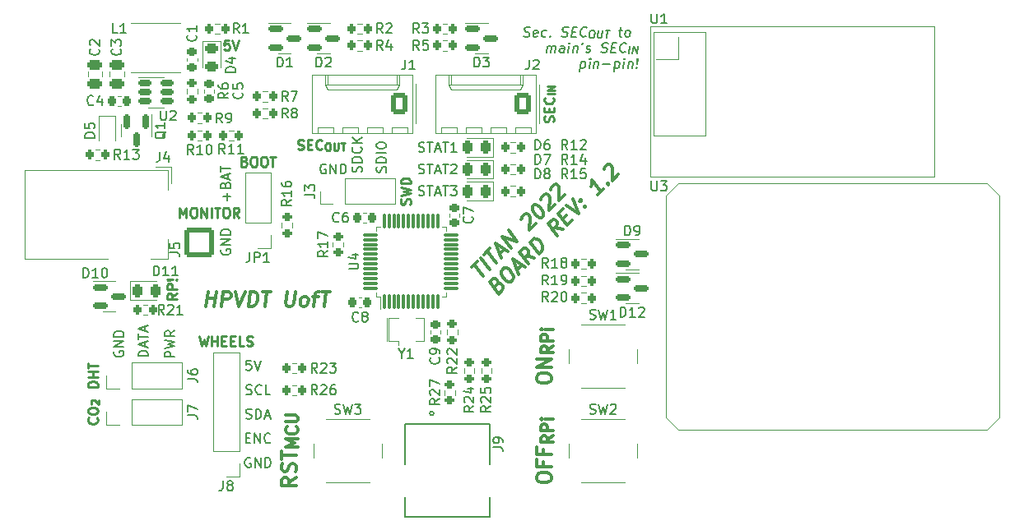
<source format=gto>
G04 #@! TF.GenerationSoftware,KiCad,Pcbnew,6.0.2+dfsg-1*
G04 #@! TF.CreationDate,2022-08-15T18:06:50-04:00*
G04 #@! TF.ProjectId,titan_2022,74697461-6e5f-4323-9032-322e6b696361,1.2*
G04 #@! TF.SameCoordinates,Original*
G04 #@! TF.FileFunction,Legend,Top*
G04 #@! TF.FilePolarity,Positive*
%FSLAX46Y46*%
G04 Gerber Fmt 4.6, Leading zero omitted, Abs format (unit mm)*
G04 Created by KiCad (PCBNEW 6.0.2+dfsg-1) date 2022-08-15 18:06:50*
%MOMM*%
%LPD*%
G01*
G04 APERTURE LIST*
G04 Aperture macros list*
%AMRoundRect*
0 Rectangle with rounded corners*
0 $1 Rounding radius*
0 $2 $3 $4 $5 $6 $7 $8 $9 X,Y pos of 4 corners*
0 Add a 4 corners polygon primitive as box body*
4,1,4,$2,$3,$4,$5,$6,$7,$8,$9,$2,$3,0*
0 Add four circle primitives for the rounded corners*
1,1,$1+$1,$2,$3*
1,1,$1+$1,$4,$5*
1,1,$1+$1,$6,$7*
1,1,$1+$1,$8,$9*
0 Add four rect primitives between the rounded corners*
20,1,$1+$1,$2,$3,$4,$5,0*
20,1,$1+$1,$4,$5,$6,$7,0*
20,1,$1+$1,$6,$7,$8,$9,0*
20,1,$1+$1,$8,$9,$2,$3,0*%
G04 Aperture macros list end*
%ADD10C,0.150000*%
%ADD11C,0.375000*%
%ADD12C,0.250000*%
%ADD13C,0.120000*%
%ADD14C,0.127000*%
%ADD15C,0.200000*%
%ADD16C,2.700000*%
%ADD17RoundRect,0.150000X-0.587500X-0.150000X0.587500X-0.150000X0.587500X0.150000X-0.587500X0.150000X0*%
%ADD18RoundRect,0.200000X0.200000X0.275000X-0.200000X0.275000X-0.200000X-0.275000X0.200000X-0.275000X0*%
%ADD19RoundRect,0.075000X0.075000X-0.662500X0.075000X0.662500X-0.075000X0.662500X-0.075000X-0.662500X0*%
%ADD20RoundRect,0.075000X0.662500X-0.075000X0.662500X0.075000X-0.662500X0.075000X-0.662500X-0.075000X0*%
%ADD21RoundRect,0.243750X0.243750X0.456250X-0.243750X0.456250X-0.243750X-0.456250X0.243750X-0.456250X0*%
%ADD22RoundRect,0.225000X-0.225000X-0.250000X0.225000X-0.250000X0.225000X0.250000X-0.225000X0.250000X0*%
%ADD23C,2.000000*%
%ADD24RoundRect,0.200000X-0.200000X-0.275000X0.200000X-0.275000X0.200000X0.275000X-0.200000X0.275000X0*%
%ADD25R,1.700000X1.700000*%
%ADD26O,1.700000X1.700000*%
%ADD27R,1.524000X1.524000*%
%ADD28C,1.524000*%
%ADD29RoundRect,0.200000X0.275000X-0.200000X0.275000X0.200000X-0.275000X0.200000X-0.275000X-0.200000X0*%
%ADD30RoundRect,0.150000X-0.150000X0.587500X-0.150000X-0.587500X0.150000X-0.587500X0.150000X0.587500X0*%
%ADD31C,1.208000*%
%ADD32O,1.700000X2.900000*%
%ADD33O,1.700000X2.980000*%
%ADD34RoundRect,0.200000X-0.275000X0.200000X-0.275000X-0.200000X0.275000X-0.200000X0.275000X0.200000X0*%
%ADD35R,1.800000X4.400000*%
%ADD36O,1.800000X4.000000*%
%ADD37O,4.000000X1.800000*%
%ADD38R,0.450000X0.600000*%
%ADD39RoundRect,0.250000X-0.475000X0.250000X-0.475000X-0.250000X0.475000X-0.250000X0.475000X0.250000X0*%
%ADD40RoundRect,0.225000X0.250000X-0.225000X0.250000X0.225000X-0.250000X0.225000X-0.250000X-0.225000X0*%
%ADD41RoundRect,0.225000X-0.250000X0.225000X-0.250000X-0.225000X0.250000X-0.225000X0.250000X0.225000X0*%
%ADD42RoundRect,0.250000X0.620000X0.845000X-0.620000X0.845000X-0.620000X-0.845000X0.620000X-0.845000X0*%
%ADD43O,1.740000X2.190000*%
%ADD44R,1.500000X4.000000*%
%ADD45RoundRect,0.243750X-0.456250X0.243750X-0.456250X-0.243750X0.456250X-0.243750X0.456250X0.243750X0*%
%ADD46RoundRect,0.150000X-0.512500X-0.150000X0.512500X-0.150000X0.512500X0.150000X-0.512500X0.150000X0*%
%ADD47RoundRect,0.249999X1.300001X-1.300001X1.300001X1.300001X-1.300001X1.300001X-1.300001X-1.300001X0*%
%ADD48C,3.100000*%
%ADD49R,0.400000X1.900000*%
%ADD50RoundRect,0.243750X-0.243750X-0.456250X0.243750X-0.456250X0.243750X0.456250X-0.243750X0.456250X0*%
G04 APERTURE END LIST*
D10*
X104821428Y-75515476D02*
X104821428Y-74753571D01*
X105202380Y-75134523D02*
X104440476Y-75134523D01*
X104678571Y-73944047D02*
X104726190Y-73801190D01*
X104773809Y-73753571D01*
X104869047Y-73705952D01*
X105011904Y-73705952D01*
X105107142Y-73753571D01*
X105154761Y-73801190D01*
X105202380Y-73896428D01*
X105202380Y-74277380D01*
X104202380Y-74277380D01*
X104202380Y-73944047D01*
X104250000Y-73848809D01*
X104297619Y-73801190D01*
X104392857Y-73753571D01*
X104488095Y-73753571D01*
X104583333Y-73801190D01*
X104630952Y-73848809D01*
X104678571Y-73944047D01*
X104678571Y-74277380D01*
X104916666Y-73325000D02*
X104916666Y-72848809D01*
X105202380Y-73420238D02*
X104202380Y-73086904D01*
X105202380Y-72753571D01*
X104202380Y-72563095D02*
X104202380Y-71991666D01*
X105202380Y-72277380D02*
X104202380Y-72277380D01*
X107238095Y-102075000D02*
X107142857Y-102027380D01*
X107000000Y-102027380D01*
X106857142Y-102075000D01*
X106761904Y-102170238D01*
X106714285Y-102265476D01*
X106666666Y-102455952D01*
X106666666Y-102598809D01*
X106714285Y-102789285D01*
X106761904Y-102884523D01*
X106857142Y-102979761D01*
X107000000Y-103027380D01*
X107095238Y-103027380D01*
X107238095Y-102979761D01*
X107285714Y-102932142D01*
X107285714Y-102598809D01*
X107095238Y-102598809D01*
X107714285Y-103027380D02*
X107714285Y-102027380D01*
X108285714Y-103027380D01*
X108285714Y-102027380D01*
X108761904Y-103027380D02*
X108761904Y-102027380D01*
X109000000Y-102027380D01*
X109142857Y-102075000D01*
X109238095Y-102170238D01*
X109285714Y-102265476D01*
X109333333Y-102455952D01*
X109333333Y-102598809D01*
X109285714Y-102789285D01*
X109238095Y-102884523D01*
X109142857Y-102979761D01*
X109000000Y-103027380D01*
X108761904Y-103027380D01*
D11*
X136678571Y-93989285D02*
X136678571Y-93703571D01*
X136750000Y-93560714D01*
X136892857Y-93417857D01*
X137178571Y-93346428D01*
X137678571Y-93346428D01*
X137964285Y-93417857D01*
X138107142Y-93560714D01*
X138178571Y-93703571D01*
X138178571Y-93989285D01*
X138107142Y-94132142D01*
X137964285Y-94275000D01*
X137678571Y-94346428D01*
X137178571Y-94346428D01*
X136892857Y-94275000D01*
X136750000Y-94132142D01*
X136678571Y-93989285D01*
X138178571Y-92703571D02*
X136678571Y-92703571D01*
X138178571Y-91846428D01*
X136678571Y-91846428D01*
X138342857Y-90517857D02*
X137771428Y-90917857D01*
X138342857Y-91203571D02*
X137142857Y-91203571D01*
X137142857Y-90746428D01*
X137200000Y-90632142D01*
X137257142Y-90575000D01*
X137371428Y-90517857D01*
X137542857Y-90517857D01*
X137657142Y-90575000D01*
X137714285Y-90632142D01*
X137771428Y-90746428D01*
X137771428Y-91203571D01*
X138342857Y-90003571D02*
X137142857Y-90003571D01*
X137142857Y-89546428D01*
X137200000Y-89432142D01*
X137257142Y-89375000D01*
X137371428Y-89317857D01*
X137542857Y-89317857D01*
X137657142Y-89375000D01*
X137714285Y-89432142D01*
X137771428Y-89546428D01*
X137771428Y-90003571D01*
X138342857Y-88803571D02*
X137542857Y-88803571D01*
X137142857Y-88803571D02*
X137200000Y-88860714D01*
X137257142Y-88803571D01*
X137200000Y-88746428D01*
X137142857Y-88803571D01*
X137257142Y-88803571D01*
D10*
X121154761Y-72622619D02*
X121202380Y-72479761D01*
X121202380Y-72241666D01*
X121154761Y-72146428D01*
X121107142Y-72098809D01*
X121011904Y-72051190D01*
X120916666Y-72051190D01*
X120821428Y-72098809D01*
X120773809Y-72146428D01*
X120726190Y-72241666D01*
X120678571Y-72432142D01*
X120630952Y-72527380D01*
X120583333Y-72575000D01*
X120488095Y-72622619D01*
X120392857Y-72622619D01*
X120297619Y-72575000D01*
X120250000Y-72527380D01*
X120202380Y-72432142D01*
X120202380Y-72194047D01*
X120250000Y-72051190D01*
X121202380Y-71622619D02*
X120202380Y-71622619D01*
X120202380Y-71384523D01*
X120250000Y-71241666D01*
X120345238Y-71146428D01*
X120440476Y-71098809D01*
X120630952Y-71051190D01*
X120773809Y-71051190D01*
X120964285Y-71098809D01*
X121059523Y-71146428D01*
X121154761Y-71241666D01*
X121202380Y-71384523D01*
X121202380Y-71622619D01*
X121202380Y-70622619D02*
X120202380Y-70622619D01*
X120202380Y-69955952D02*
X120202380Y-69765476D01*
X120250000Y-69670238D01*
X120345238Y-69575000D01*
X120535714Y-69527380D01*
X120869047Y-69527380D01*
X121059523Y-69575000D01*
X121154761Y-69670238D01*
X121202380Y-69765476D01*
X121202380Y-69955952D01*
X121154761Y-70051190D01*
X121059523Y-70146428D01*
X120869047Y-70194047D01*
X120535714Y-70194047D01*
X120345238Y-70146428D01*
X120250000Y-70051190D01*
X120202380Y-69955952D01*
X96702380Y-91575000D02*
X95702380Y-91575000D01*
X95702380Y-91336904D01*
X95750000Y-91194047D01*
X95845238Y-91098809D01*
X95940476Y-91051190D01*
X96130952Y-91003571D01*
X96273809Y-91003571D01*
X96464285Y-91051190D01*
X96559523Y-91098809D01*
X96654761Y-91194047D01*
X96702380Y-91336904D01*
X96702380Y-91575000D01*
X96416666Y-90622619D02*
X96416666Y-90146428D01*
X96702380Y-90717857D02*
X95702380Y-90384523D01*
X96702380Y-90051190D01*
X95702380Y-89860714D02*
X95702380Y-89289285D01*
X96702380Y-89575000D02*
X95702380Y-89575000D01*
X96416666Y-89003571D02*
X96416666Y-88527380D01*
X96702380Y-89098809D02*
X95702380Y-88765476D01*
X96702380Y-88432142D01*
X118654761Y-72610714D02*
X118702380Y-72467857D01*
X118702380Y-72229761D01*
X118654761Y-72134523D01*
X118607142Y-72086904D01*
X118511904Y-72039285D01*
X118416666Y-72039285D01*
X118321428Y-72086904D01*
X118273809Y-72134523D01*
X118226190Y-72229761D01*
X118178571Y-72420238D01*
X118130952Y-72515476D01*
X118083333Y-72563095D01*
X117988095Y-72610714D01*
X117892857Y-72610714D01*
X117797619Y-72563095D01*
X117750000Y-72515476D01*
X117702380Y-72420238D01*
X117702380Y-72182142D01*
X117750000Y-72039285D01*
X118702380Y-71610714D02*
X117702380Y-71610714D01*
X117702380Y-71372619D01*
X117750000Y-71229761D01*
X117845238Y-71134523D01*
X117940476Y-71086904D01*
X118130952Y-71039285D01*
X118273809Y-71039285D01*
X118464285Y-71086904D01*
X118559523Y-71134523D01*
X118654761Y-71229761D01*
X118702380Y-71372619D01*
X118702380Y-71610714D01*
X118607142Y-70039285D02*
X118654761Y-70086904D01*
X118702380Y-70229761D01*
X118702380Y-70325000D01*
X118654761Y-70467857D01*
X118559523Y-70563095D01*
X118464285Y-70610714D01*
X118273809Y-70658333D01*
X118130952Y-70658333D01*
X117940476Y-70610714D01*
X117845238Y-70563095D01*
X117750000Y-70467857D01*
X117702380Y-70325000D01*
X117702380Y-70229761D01*
X117750000Y-70086904D01*
X117797619Y-70039285D01*
X118702380Y-69610714D02*
X117702380Y-69610714D01*
X118702380Y-69039285D02*
X118130952Y-69467857D01*
X117702380Y-69039285D02*
X118273809Y-69610714D01*
D11*
X136678571Y-104239285D02*
X136678571Y-103953571D01*
X136750000Y-103810714D01*
X136892857Y-103667857D01*
X137178571Y-103596428D01*
X137678571Y-103596428D01*
X137964285Y-103667857D01*
X138107142Y-103810714D01*
X138178571Y-103953571D01*
X138178571Y-104239285D01*
X138107142Y-104382142D01*
X137964285Y-104525000D01*
X137678571Y-104596428D01*
X137178571Y-104596428D01*
X136892857Y-104525000D01*
X136750000Y-104382142D01*
X136678571Y-104239285D01*
X137392857Y-102453571D02*
X137392857Y-102953571D01*
X138178571Y-102953571D02*
X136678571Y-102953571D01*
X136678571Y-102239285D01*
X137392857Y-101167857D02*
X137392857Y-101667857D01*
X138178571Y-101667857D02*
X136678571Y-101667857D01*
X136678571Y-100953571D01*
X138342857Y-99767857D02*
X137771428Y-100167857D01*
X138342857Y-100453571D02*
X137142857Y-100453571D01*
X137142857Y-99996428D01*
X137200000Y-99882142D01*
X137257142Y-99825000D01*
X137371428Y-99767857D01*
X137542857Y-99767857D01*
X137657142Y-99825000D01*
X137714285Y-99882142D01*
X137771428Y-99996428D01*
X137771428Y-100453571D01*
X138342857Y-99253571D02*
X137142857Y-99253571D01*
X137142857Y-98796428D01*
X137200000Y-98682142D01*
X137257142Y-98625000D01*
X137371428Y-98567857D01*
X137542857Y-98567857D01*
X137657142Y-98625000D01*
X137714285Y-98682142D01*
X137771428Y-98796428D01*
X137771428Y-99253571D01*
X138342857Y-98053571D02*
X137542857Y-98053571D01*
X137142857Y-98053571D02*
X137200000Y-98110714D01*
X137257142Y-98053571D01*
X137200000Y-97996428D01*
X137142857Y-98053571D01*
X137257142Y-98053571D01*
D12*
X123654761Y-75932142D02*
X123702380Y-75789285D01*
X123702380Y-75551190D01*
X123654761Y-75455952D01*
X123607142Y-75408333D01*
X123511904Y-75360714D01*
X123416666Y-75360714D01*
X123321428Y-75408333D01*
X123273809Y-75455952D01*
X123226190Y-75551190D01*
X123178571Y-75741666D01*
X123130952Y-75836904D01*
X123083333Y-75884523D01*
X122988095Y-75932142D01*
X122892857Y-75932142D01*
X122797619Y-75884523D01*
X122750000Y-75836904D01*
X122702380Y-75741666D01*
X122702380Y-75503571D01*
X122750000Y-75360714D01*
X122702380Y-75027380D02*
X123702380Y-74789285D01*
X122988095Y-74598809D01*
X123702380Y-74408333D01*
X122702380Y-74170238D01*
X123702380Y-73789285D02*
X122702380Y-73789285D01*
X122702380Y-73551190D01*
X122750000Y-73408333D01*
X122845238Y-73313095D01*
X122940476Y-73265476D01*
X123130952Y-73217857D01*
X123273809Y-73217857D01*
X123464285Y-73265476D01*
X123559523Y-73313095D01*
X123654761Y-73408333D01*
X123702380Y-73551190D01*
X123702380Y-73789285D01*
D10*
X114988095Y-71825000D02*
X114892857Y-71777380D01*
X114750000Y-71777380D01*
X114607142Y-71825000D01*
X114511904Y-71920238D01*
X114464285Y-72015476D01*
X114416666Y-72205952D01*
X114416666Y-72348809D01*
X114464285Y-72539285D01*
X114511904Y-72634523D01*
X114607142Y-72729761D01*
X114750000Y-72777380D01*
X114845238Y-72777380D01*
X114988095Y-72729761D01*
X115035714Y-72682142D01*
X115035714Y-72348809D01*
X114845238Y-72348809D01*
X115464285Y-72777380D02*
X115464285Y-71777380D01*
X116035714Y-72777380D01*
X116035714Y-71777380D01*
X116511904Y-72777380D02*
X116511904Y-71777380D01*
X116750000Y-71777380D01*
X116892857Y-71825000D01*
X116988095Y-71920238D01*
X117035714Y-72015476D01*
X117083333Y-72205952D01*
X117083333Y-72348809D01*
X117035714Y-72539285D01*
X116988095Y-72634523D01*
X116892857Y-72729761D01*
X116750000Y-72777380D01*
X116511904Y-72777380D01*
D12*
X91437142Y-97920238D02*
X91484761Y-97967857D01*
X91532380Y-98110714D01*
X91532380Y-98205952D01*
X91484761Y-98348809D01*
X91389523Y-98444047D01*
X91294285Y-98491666D01*
X91103809Y-98539285D01*
X90960952Y-98539285D01*
X90770476Y-98491666D01*
X90675238Y-98444047D01*
X90580000Y-98348809D01*
X90532380Y-98205952D01*
X90532380Y-98110714D01*
X90580000Y-97967857D01*
X90627619Y-97920238D01*
X90532380Y-97301190D02*
X90532380Y-97110714D01*
X90580000Y-97015476D01*
X90675238Y-96920238D01*
X90865714Y-96872619D01*
X91199047Y-96872619D01*
X91389523Y-96920238D01*
X91484761Y-97015476D01*
X91532380Y-97110714D01*
X91532380Y-97301190D01*
X91484761Y-97396428D01*
X91389523Y-97491666D01*
X91199047Y-97539285D01*
X90865714Y-97539285D01*
X90675238Y-97491666D01*
X90580000Y-97396428D01*
X90532380Y-97301190D01*
X90918095Y-96529761D02*
X90880000Y-96491666D01*
X90841904Y-96415476D01*
X90841904Y-96225000D01*
X90880000Y-96148809D01*
X90918095Y-96110714D01*
X90994285Y-96072619D01*
X91070476Y-96072619D01*
X91184761Y-96110714D01*
X91641904Y-96567857D01*
X91641904Y-96072619D01*
X105059523Y-59027380D02*
X104583333Y-59027380D01*
X104535714Y-59503571D01*
X104583333Y-59455952D01*
X104678571Y-59408333D01*
X104916666Y-59408333D01*
X105011904Y-59455952D01*
X105059523Y-59503571D01*
X105107142Y-59598809D01*
X105107142Y-59836904D01*
X105059523Y-59932142D01*
X105011904Y-59979761D01*
X104916666Y-60027380D01*
X104678571Y-60027380D01*
X104583333Y-59979761D01*
X104535714Y-59932142D01*
X105392857Y-59027380D02*
X105726190Y-60027380D01*
X106059523Y-59027380D01*
D10*
X104250000Y-80586904D02*
X104202380Y-80682142D01*
X104202380Y-80825000D01*
X104250000Y-80967857D01*
X104345238Y-81063095D01*
X104440476Y-81110714D01*
X104630952Y-81158333D01*
X104773809Y-81158333D01*
X104964285Y-81110714D01*
X105059523Y-81063095D01*
X105154761Y-80967857D01*
X105202380Y-80825000D01*
X105202380Y-80729761D01*
X105154761Y-80586904D01*
X105107142Y-80539285D01*
X104773809Y-80539285D01*
X104773809Y-80729761D01*
X105202380Y-80110714D02*
X104202380Y-80110714D01*
X105202380Y-79539285D01*
X104202380Y-79539285D01*
X105202380Y-79063095D02*
X104202380Y-79063095D01*
X104202380Y-78825000D01*
X104250000Y-78682142D01*
X104345238Y-78586904D01*
X104440476Y-78539285D01*
X104630952Y-78491666D01*
X104773809Y-78491666D01*
X104964285Y-78539285D01*
X105059523Y-78586904D01*
X105154761Y-78682142D01*
X105202380Y-78825000D01*
X105202380Y-79063095D01*
X106761904Y-100003571D02*
X107095238Y-100003571D01*
X107238095Y-100527380D02*
X106761904Y-100527380D01*
X106761904Y-99527380D01*
X107238095Y-99527380D01*
X107666666Y-100527380D02*
X107666666Y-99527380D01*
X108238095Y-100527380D01*
X108238095Y-99527380D01*
X109285714Y-100432142D02*
X109238095Y-100479761D01*
X109095238Y-100527380D01*
X109000000Y-100527380D01*
X108857142Y-100479761D01*
X108761904Y-100384523D01*
X108714285Y-100289285D01*
X108666666Y-100098809D01*
X108666666Y-99955952D01*
X108714285Y-99765476D01*
X108761904Y-99670238D01*
X108857142Y-99575000D01*
X109000000Y-99527380D01*
X109095238Y-99527380D01*
X109238095Y-99575000D01*
X109285714Y-99622619D01*
X99452380Y-91658333D02*
X98452380Y-91658333D01*
X98452380Y-91277380D01*
X98500000Y-91182142D01*
X98547619Y-91134523D01*
X98642857Y-91086904D01*
X98785714Y-91086904D01*
X98880952Y-91134523D01*
X98928571Y-91182142D01*
X98976190Y-91277380D01*
X98976190Y-91658333D01*
X98452380Y-90753571D02*
X99452380Y-90515476D01*
X98738095Y-90325000D01*
X99452380Y-90134523D01*
X98452380Y-89896428D01*
X99452380Y-88944047D02*
X98976190Y-89277380D01*
X99452380Y-89515476D02*
X98452380Y-89515476D01*
X98452380Y-89134523D01*
X98500000Y-89039285D01*
X98547619Y-88991666D01*
X98642857Y-88944047D01*
X98785714Y-88944047D01*
X98880952Y-88991666D01*
X98928571Y-89039285D01*
X98976190Y-89134523D01*
X98976190Y-89515476D01*
D12*
X99976190Y-77277380D02*
X99976190Y-76277380D01*
X100309523Y-76991666D01*
X100642857Y-76277380D01*
X100642857Y-77277380D01*
X101309523Y-76277380D02*
X101500000Y-76277380D01*
X101595238Y-76325000D01*
X101690476Y-76420238D01*
X101738095Y-76610714D01*
X101738095Y-76944047D01*
X101690476Y-77134523D01*
X101595238Y-77229761D01*
X101500000Y-77277380D01*
X101309523Y-77277380D01*
X101214285Y-77229761D01*
X101119047Y-77134523D01*
X101071428Y-76944047D01*
X101071428Y-76610714D01*
X101119047Y-76420238D01*
X101214285Y-76325000D01*
X101309523Y-76277380D01*
X102166666Y-77277380D02*
X102166666Y-76277380D01*
X102738095Y-77277380D01*
X102738095Y-76277380D01*
X103214285Y-77277380D02*
X103214285Y-76277380D01*
X103547619Y-76277380D02*
X104119047Y-76277380D01*
X103833333Y-77277380D02*
X103833333Y-76277380D01*
X104642857Y-76277380D02*
X104833333Y-76277380D01*
X104928571Y-76325000D01*
X105023809Y-76420238D01*
X105071428Y-76610714D01*
X105071428Y-76944047D01*
X105023809Y-77134523D01*
X104928571Y-77229761D01*
X104833333Y-77277380D01*
X104642857Y-77277380D01*
X104547619Y-77229761D01*
X104452380Y-77134523D01*
X104404761Y-76944047D01*
X104404761Y-76610714D01*
X104452380Y-76420238D01*
X104547619Y-76325000D01*
X104642857Y-76277380D01*
X106071428Y-77277380D02*
X105738095Y-76801190D01*
X105500000Y-77277380D02*
X105500000Y-76277380D01*
X105880952Y-76277380D01*
X105976190Y-76325000D01*
X106023809Y-76372619D01*
X106071428Y-76467857D01*
X106071428Y-76610714D01*
X106023809Y-76705952D01*
X105976190Y-76753571D01*
X105880952Y-76801190D01*
X105500000Y-76801190D01*
D10*
X107309523Y-92027380D02*
X106833333Y-92027380D01*
X106785714Y-92503571D01*
X106833333Y-92455952D01*
X106928571Y-92408333D01*
X107166666Y-92408333D01*
X107261904Y-92455952D01*
X107309523Y-92503571D01*
X107357142Y-92598809D01*
X107357142Y-92836904D01*
X107309523Y-92932142D01*
X107261904Y-92979761D01*
X107166666Y-93027380D01*
X106928571Y-93027380D01*
X106833333Y-92979761D01*
X106785714Y-92932142D01*
X107642857Y-92027380D02*
X107976190Y-93027380D01*
X108309523Y-92027380D01*
D12*
X112119047Y-70229761D02*
X112261904Y-70277380D01*
X112500000Y-70277380D01*
X112595238Y-70229761D01*
X112642857Y-70182142D01*
X112690476Y-70086904D01*
X112690476Y-69991666D01*
X112642857Y-69896428D01*
X112595238Y-69848809D01*
X112500000Y-69801190D01*
X112309523Y-69753571D01*
X112214285Y-69705952D01*
X112166666Y-69658333D01*
X112119047Y-69563095D01*
X112119047Y-69467857D01*
X112166666Y-69372619D01*
X112214285Y-69325000D01*
X112309523Y-69277380D01*
X112547619Y-69277380D01*
X112690476Y-69325000D01*
X113119047Y-69753571D02*
X113452380Y-69753571D01*
X113595238Y-70277380D02*
X113119047Y-70277380D01*
X113119047Y-69277380D01*
X113595238Y-69277380D01*
X114595238Y-70182142D02*
X114547619Y-70229761D01*
X114404761Y-70277380D01*
X114309523Y-70277380D01*
X114166666Y-70229761D01*
X114071428Y-70134523D01*
X114023809Y-70039285D01*
X113976190Y-69848809D01*
X113976190Y-69705952D01*
X114023809Y-69515476D01*
X114071428Y-69420238D01*
X114166666Y-69325000D01*
X114309523Y-69277380D01*
X114404761Y-69277380D01*
X114547619Y-69325000D01*
X114595238Y-69372619D01*
X115128571Y-69586904D02*
X115280952Y-69586904D01*
X115357142Y-69625000D01*
X115433333Y-69701190D01*
X115471428Y-69853571D01*
X115471428Y-70120238D01*
X115433333Y-70272619D01*
X115357142Y-70348809D01*
X115280952Y-70386904D01*
X115128571Y-70386904D01*
X115052380Y-70348809D01*
X114976190Y-70272619D01*
X114938095Y-70120238D01*
X114938095Y-69853571D01*
X114976190Y-69701190D01*
X115052380Y-69625000D01*
X115128571Y-69586904D01*
X115814285Y-69586904D02*
X115814285Y-70234523D01*
X115852380Y-70310714D01*
X115890476Y-70348809D01*
X115966666Y-70386904D01*
X116119047Y-70386904D01*
X116195238Y-70348809D01*
X116233333Y-70310714D01*
X116271428Y-70234523D01*
X116271428Y-69586904D01*
X116538095Y-69586904D02*
X116995238Y-69586904D01*
X116766666Y-70386904D02*
X116766666Y-69586904D01*
D10*
X93250000Y-91086904D02*
X93202380Y-91182142D01*
X93202380Y-91325000D01*
X93250000Y-91467857D01*
X93345238Y-91563095D01*
X93440476Y-91610714D01*
X93630952Y-91658333D01*
X93773809Y-91658333D01*
X93964285Y-91610714D01*
X94059523Y-91563095D01*
X94154761Y-91467857D01*
X94202380Y-91325000D01*
X94202380Y-91229761D01*
X94154761Y-91086904D01*
X94107142Y-91039285D01*
X93773809Y-91039285D01*
X93773809Y-91229761D01*
X94202380Y-90610714D02*
X93202380Y-90610714D01*
X94202380Y-90039285D01*
X93202380Y-90039285D01*
X94202380Y-89563095D02*
X93202380Y-89563095D01*
X93202380Y-89325000D01*
X93250000Y-89182142D01*
X93345238Y-89086904D01*
X93440476Y-89039285D01*
X93630952Y-88991666D01*
X93773809Y-88991666D01*
X93964285Y-89039285D01*
X94059523Y-89086904D01*
X94154761Y-89182142D01*
X94202380Y-89325000D01*
X94202380Y-89563095D01*
X124547619Y-74979761D02*
X124690476Y-75027380D01*
X124928571Y-75027380D01*
X125023809Y-74979761D01*
X125071428Y-74932142D01*
X125119047Y-74836904D01*
X125119047Y-74741666D01*
X125071428Y-74646428D01*
X125023809Y-74598809D01*
X124928571Y-74551190D01*
X124738095Y-74503571D01*
X124642857Y-74455952D01*
X124595238Y-74408333D01*
X124547619Y-74313095D01*
X124547619Y-74217857D01*
X124595238Y-74122619D01*
X124642857Y-74075000D01*
X124738095Y-74027380D01*
X124976190Y-74027380D01*
X125119047Y-74075000D01*
X125404761Y-74027380D02*
X125976190Y-74027380D01*
X125690476Y-75027380D02*
X125690476Y-74027380D01*
X126261904Y-74741666D02*
X126738095Y-74741666D01*
X126166666Y-75027380D02*
X126500000Y-74027380D01*
X126833333Y-75027380D01*
X127023809Y-74027380D02*
X127595238Y-74027380D01*
X127309523Y-75027380D02*
X127309523Y-74027380D01*
X127833333Y-74027380D02*
X128452380Y-74027380D01*
X128119047Y-74408333D01*
X128261904Y-74408333D01*
X128357142Y-74455952D01*
X128404761Y-74503571D01*
X128452380Y-74598809D01*
X128452380Y-74836904D01*
X128404761Y-74932142D01*
X128357142Y-74979761D01*
X128261904Y-75027380D01*
X127976190Y-75027380D01*
X127880952Y-74979761D01*
X127833333Y-74932142D01*
X106809523Y-95479761D02*
X106952380Y-95527380D01*
X107190476Y-95527380D01*
X107285714Y-95479761D01*
X107333333Y-95432142D01*
X107380952Y-95336904D01*
X107380952Y-95241666D01*
X107333333Y-95146428D01*
X107285714Y-95098809D01*
X107190476Y-95051190D01*
X107000000Y-95003571D01*
X106904761Y-94955952D01*
X106857142Y-94908333D01*
X106809523Y-94813095D01*
X106809523Y-94717857D01*
X106857142Y-94622619D01*
X106904761Y-94575000D01*
X107000000Y-94527380D01*
X107238095Y-94527380D01*
X107380952Y-94575000D01*
X108380952Y-95432142D02*
X108333333Y-95479761D01*
X108190476Y-95527380D01*
X108095238Y-95527380D01*
X107952380Y-95479761D01*
X107857142Y-95384523D01*
X107809523Y-95289285D01*
X107761904Y-95098809D01*
X107761904Y-94955952D01*
X107809523Y-94765476D01*
X107857142Y-94670238D01*
X107952380Y-94575000D01*
X108095238Y-94527380D01*
X108190476Y-94527380D01*
X108333333Y-94575000D01*
X108380952Y-94622619D01*
X109285714Y-95527380D02*
X108809523Y-95527380D01*
X108809523Y-94527380D01*
D11*
X129977599Y-82403062D02*
X130583691Y-81796971D01*
X131208723Y-83293259D02*
X130280645Y-82100017D01*
X131865322Y-82636660D02*
X130937244Y-81443417D01*
X131290798Y-81089864D02*
X131896889Y-80483772D01*
X132521921Y-81980061D02*
X131593843Y-80786818D01*
X132862847Y-81033043D02*
X133367924Y-80527967D01*
X133026997Y-81474985D02*
X132452473Y-79928189D01*
X133734104Y-80767878D01*
X134087657Y-80414324D02*
X133159580Y-79221082D01*
X134693749Y-79808233D01*
X133765671Y-78614990D01*
X135116750Y-77465942D02*
X135123064Y-77358613D01*
X135179885Y-77200777D01*
X135432423Y-76948239D01*
X135577632Y-76904044D01*
X135672334Y-76910358D01*
X135811230Y-76973492D01*
X135899619Y-77087135D01*
X135981693Y-77308105D01*
X135905932Y-78596050D01*
X136562531Y-77939451D01*
X136291053Y-76089609D02*
X136392068Y-75988594D01*
X136537277Y-75944399D01*
X136631979Y-75950713D01*
X136770875Y-76013847D01*
X136998159Y-76190624D01*
X137219130Y-76474730D01*
X137345399Y-76752521D01*
X137383280Y-76916671D01*
X137376967Y-77024000D01*
X137320146Y-77181836D01*
X137219130Y-77282852D01*
X137073921Y-77327046D01*
X136979219Y-77320732D01*
X136840323Y-77257598D01*
X136613039Y-77080821D01*
X136392068Y-76796716D01*
X136265799Y-76518924D01*
X136227918Y-76354774D01*
X136234232Y-76247445D01*
X136291053Y-76089609D01*
X137137055Y-75445637D02*
X137143369Y-75338308D01*
X137200190Y-75180472D01*
X137452728Y-74927933D01*
X137597938Y-74883739D01*
X137692639Y-74890053D01*
X137831535Y-74953187D01*
X137919924Y-75066829D01*
X138001999Y-75287800D01*
X137926237Y-76575745D01*
X138582836Y-75919146D01*
X138147208Y-74435484D02*
X138153521Y-74328155D01*
X138210343Y-74170319D01*
X138462881Y-73917781D01*
X138608090Y-73873587D01*
X138702792Y-73879900D01*
X138841688Y-73943035D01*
X138930076Y-74056677D01*
X139012151Y-74277648D01*
X138936390Y-75565592D01*
X139592989Y-74908993D01*
X132632280Y-84173860D02*
X132827997Y-84079158D01*
X132922699Y-84085471D01*
X133061595Y-84148606D01*
X133194178Y-84319069D01*
X133232058Y-84483219D01*
X133225745Y-84590548D01*
X133168924Y-84748384D01*
X132764863Y-85152445D01*
X131836785Y-83959202D01*
X132190339Y-83605649D01*
X132335548Y-83561455D01*
X132430250Y-83567768D01*
X132569146Y-83630903D01*
X132657534Y-83744545D01*
X132695415Y-83908695D01*
X132689101Y-84016023D01*
X132632280Y-84173860D01*
X132278727Y-84527413D01*
X133099476Y-82696512D02*
X133301506Y-82494481D01*
X133446716Y-82450287D01*
X133636119Y-82462914D01*
X133863404Y-82639691D01*
X134172763Y-83037438D01*
X134299032Y-83315230D01*
X134286405Y-83529888D01*
X134229584Y-83687724D01*
X134027554Y-83889754D01*
X133882344Y-83933949D01*
X133692940Y-83921322D01*
X133465656Y-83744545D01*
X133156297Y-83346797D01*
X133030028Y-83069005D01*
X133042655Y-82854348D01*
X133099476Y-82696512D01*
X134621018Y-82690198D02*
X135126094Y-82185122D01*
X134785168Y-83132140D02*
X134210644Y-81585344D01*
X135492275Y-82425033D01*
X136451920Y-81465388D02*
X135656424Y-81250731D01*
X135845828Y-82071480D02*
X134917750Y-80878237D01*
X135321811Y-80474176D01*
X135467021Y-80429982D01*
X135561723Y-80436295D01*
X135700619Y-80499430D01*
X135833201Y-80669893D01*
X135871082Y-80834043D01*
X135864768Y-80941372D01*
X135807947Y-81099208D01*
X135403886Y-81503269D01*
X136906488Y-81010820D02*
X135978411Y-79817577D01*
X136230949Y-79565039D01*
X136426666Y-79470337D01*
X136616069Y-79482964D01*
X136754965Y-79546098D01*
X136982250Y-79722875D01*
X137114832Y-79893338D01*
X137241101Y-80171130D01*
X137278982Y-80335280D01*
X137266355Y-80549938D01*
X137159026Y-80758282D01*
X136906488Y-81010820D01*
X139381362Y-78535946D02*
X138585867Y-78321289D01*
X138775270Y-79142037D02*
X137847193Y-77948795D01*
X138251254Y-77544734D01*
X138396463Y-77500540D01*
X138491165Y-77506853D01*
X138630061Y-77569988D01*
X138762644Y-77740451D01*
X138800524Y-77904601D01*
X138794211Y-78011929D01*
X138737390Y-78169766D01*
X138333329Y-78573827D01*
X139349795Y-77456345D02*
X139703348Y-77102792D01*
X140341007Y-77576301D02*
X139835931Y-78081377D01*
X138907853Y-76888135D01*
X139412929Y-76383058D01*
X139715975Y-76080013D02*
X140997606Y-76919702D01*
X140423082Y-75372906D01*
X141616324Y-76098953D02*
X141711026Y-76105266D01*
X141704713Y-76212595D01*
X141610011Y-76206282D01*
X141616324Y-76098953D01*
X141704713Y-76212595D01*
X141130189Y-75473921D02*
X141224890Y-75480234D01*
X141218577Y-75587563D01*
X141123875Y-75581250D01*
X141130189Y-75473921D01*
X141218577Y-75587563D01*
X143573495Y-74343813D02*
X142967404Y-74949904D01*
X143270449Y-74646859D02*
X142342372Y-73453616D01*
X142373939Y-73725094D01*
X142361312Y-73939752D01*
X142304491Y-74097588D01*
X143939675Y-73775602D02*
X144034377Y-73781916D01*
X144028064Y-73889244D01*
X143933362Y-73882931D01*
X143939675Y-73775602D01*
X144028064Y-73889244D01*
X143642943Y-72355075D02*
X143649256Y-72247746D01*
X143706078Y-72089910D01*
X143958616Y-71837372D01*
X144103825Y-71793178D01*
X144198527Y-71799491D01*
X144337423Y-71862626D01*
X144425811Y-71976268D01*
X144507886Y-72197239D01*
X144432125Y-73485183D01*
X145088724Y-72828584D01*
D12*
X99677380Y-85103571D02*
X99201190Y-85436904D01*
X99677380Y-85675000D02*
X98677380Y-85675000D01*
X98677380Y-85294047D01*
X98725000Y-85198809D01*
X98772619Y-85151190D01*
X98867857Y-85103571D01*
X99010714Y-85103571D01*
X99105952Y-85151190D01*
X99153571Y-85198809D01*
X99201190Y-85294047D01*
X99201190Y-85675000D01*
X99677380Y-84675000D02*
X98677380Y-84675000D01*
X98677380Y-84294047D01*
X98725000Y-84198809D01*
X98772619Y-84151190D01*
X98867857Y-84103571D01*
X99010714Y-84103571D01*
X99105952Y-84151190D01*
X99153571Y-84198809D01*
X99201190Y-84294047D01*
X99201190Y-84675000D01*
X99582142Y-83675000D02*
X99629761Y-83627380D01*
X99677380Y-83675000D01*
X99629761Y-83722619D01*
X99582142Y-83675000D01*
X99677380Y-83675000D01*
X99296428Y-83675000D02*
X98725000Y-83722619D01*
X98677380Y-83675000D01*
X98725000Y-83627380D01*
X99296428Y-83675000D01*
X98677380Y-83675000D01*
D11*
X111928571Y-104060714D02*
X111214285Y-104560714D01*
X111928571Y-104917857D02*
X110428571Y-104917857D01*
X110428571Y-104346428D01*
X110500000Y-104203571D01*
X110571428Y-104132142D01*
X110714285Y-104060714D01*
X110928571Y-104060714D01*
X111071428Y-104132142D01*
X111142857Y-104203571D01*
X111214285Y-104346428D01*
X111214285Y-104917857D01*
X111857142Y-103489285D02*
X111928571Y-103275000D01*
X111928571Y-102917857D01*
X111857142Y-102775000D01*
X111785714Y-102703571D01*
X111642857Y-102632142D01*
X111500000Y-102632142D01*
X111357142Y-102703571D01*
X111285714Y-102775000D01*
X111214285Y-102917857D01*
X111142857Y-103203571D01*
X111071428Y-103346428D01*
X111000000Y-103417857D01*
X110857142Y-103489285D01*
X110714285Y-103489285D01*
X110571428Y-103417857D01*
X110500000Y-103346428D01*
X110428571Y-103203571D01*
X110428571Y-102846428D01*
X110500000Y-102632142D01*
X110428571Y-102203571D02*
X110428571Y-101346428D01*
X111928571Y-101775000D02*
X110428571Y-101775000D01*
X112092857Y-100917857D02*
X110892857Y-100917857D01*
X111750000Y-100517857D01*
X110892857Y-100117857D01*
X112092857Y-100117857D01*
X111978571Y-98860714D02*
X112035714Y-98917857D01*
X112092857Y-99089285D01*
X112092857Y-99203571D01*
X112035714Y-99375000D01*
X111921428Y-99489285D01*
X111807142Y-99546428D01*
X111578571Y-99603571D01*
X111407142Y-99603571D01*
X111178571Y-99546428D01*
X111064285Y-99489285D01*
X110950000Y-99375000D01*
X110892857Y-99203571D01*
X110892857Y-99089285D01*
X110950000Y-98917857D01*
X111007142Y-98860714D01*
X110892857Y-98346428D02*
X111864285Y-98346428D01*
X111978571Y-98289285D01*
X112035714Y-98232142D01*
X112092857Y-98117857D01*
X112092857Y-97889285D01*
X112035714Y-97775000D01*
X111978571Y-97717857D01*
X111864285Y-97660714D01*
X110892857Y-97660714D01*
D12*
X106642857Y-71503571D02*
X106785714Y-71551190D01*
X106833333Y-71598809D01*
X106880952Y-71694047D01*
X106880952Y-71836904D01*
X106833333Y-71932142D01*
X106785714Y-71979761D01*
X106690476Y-72027380D01*
X106309523Y-72027380D01*
X106309523Y-71027380D01*
X106642857Y-71027380D01*
X106738095Y-71075000D01*
X106785714Y-71122619D01*
X106833333Y-71217857D01*
X106833333Y-71313095D01*
X106785714Y-71408333D01*
X106738095Y-71455952D01*
X106642857Y-71503571D01*
X106309523Y-71503571D01*
X107500000Y-71027380D02*
X107690476Y-71027380D01*
X107785714Y-71075000D01*
X107880952Y-71170238D01*
X107928571Y-71360714D01*
X107928571Y-71694047D01*
X107880952Y-71884523D01*
X107785714Y-71979761D01*
X107690476Y-72027380D01*
X107500000Y-72027380D01*
X107404761Y-71979761D01*
X107309523Y-71884523D01*
X107261904Y-71694047D01*
X107261904Y-71360714D01*
X107309523Y-71170238D01*
X107404761Y-71075000D01*
X107500000Y-71027380D01*
X108547619Y-71027380D02*
X108738095Y-71027380D01*
X108833333Y-71075000D01*
X108928571Y-71170238D01*
X108976190Y-71360714D01*
X108976190Y-71694047D01*
X108928571Y-71884523D01*
X108833333Y-71979761D01*
X108738095Y-72027380D01*
X108547619Y-72027380D01*
X108452380Y-71979761D01*
X108357142Y-71884523D01*
X108309523Y-71694047D01*
X108309523Y-71360714D01*
X108357142Y-71170238D01*
X108452380Y-71075000D01*
X108547619Y-71027380D01*
X109261904Y-71027380D02*
X109833333Y-71027380D01*
X109547619Y-72027380D02*
X109547619Y-71027380D01*
D10*
X135356011Y-58619761D02*
X135492916Y-58667380D01*
X135731011Y-58667380D01*
X135832202Y-58619761D01*
X135885773Y-58572142D01*
X135945297Y-58476904D01*
X135957202Y-58381666D01*
X135921488Y-58286428D01*
X135879821Y-58238809D01*
X135790535Y-58191190D01*
X135606011Y-58143571D01*
X135516726Y-58095952D01*
X135475059Y-58048333D01*
X135439345Y-57953095D01*
X135451250Y-57857857D01*
X135510773Y-57762619D01*
X135564345Y-57715000D01*
X135665535Y-57667380D01*
X135903630Y-57667380D01*
X136040535Y-57715000D01*
X136736964Y-58619761D02*
X136635773Y-58667380D01*
X136445297Y-58667380D01*
X136356011Y-58619761D01*
X136320297Y-58524523D01*
X136367916Y-58143571D01*
X136427440Y-58048333D01*
X136528630Y-58000714D01*
X136719107Y-58000714D01*
X136808392Y-58048333D01*
X136844107Y-58143571D01*
X136832202Y-58238809D01*
X136344107Y-58334047D01*
X137641726Y-58619761D02*
X137540535Y-58667380D01*
X137350059Y-58667380D01*
X137260773Y-58619761D01*
X137219107Y-58572142D01*
X137183392Y-58476904D01*
X137219107Y-58191190D01*
X137278630Y-58095952D01*
X137332202Y-58048333D01*
X137433392Y-58000714D01*
X137623869Y-58000714D01*
X137713154Y-58048333D01*
X138076250Y-58572142D02*
X138117916Y-58619761D01*
X138064345Y-58667380D01*
X138022678Y-58619761D01*
X138076250Y-58572142D01*
X138064345Y-58667380D01*
X139260773Y-58619761D02*
X139397678Y-58667380D01*
X139635773Y-58667380D01*
X139736964Y-58619761D01*
X139790535Y-58572142D01*
X139850059Y-58476904D01*
X139861964Y-58381666D01*
X139826250Y-58286428D01*
X139784583Y-58238809D01*
X139695297Y-58191190D01*
X139510773Y-58143571D01*
X139421488Y-58095952D01*
X139379821Y-58048333D01*
X139344107Y-57953095D01*
X139356011Y-57857857D01*
X139415535Y-57762619D01*
X139469107Y-57715000D01*
X139570297Y-57667380D01*
X139808392Y-57667380D01*
X139945297Y-57715000D01*
X140320297Y-58143571D02*
X140653630Y-58143571D01*
X140731011Y-58667380D02*
X140254821Y-58667380D01*
X140379821Y-57667380D01*
X140856011Y-57667380D01*
X141742916Y-58572142D02*
X141689345Y-58619761D01*
X141540535Y-58667380D01*
X141445297Y-58667380D01*
X141308392Y-58619761D01*
X141225059Y-58524523D01*
X141189345Y-58429285D01*
X141165535Y-58238809D01*
X141183392Y-58095952D01*
X141254821Y-57905476D01*
X141314345Y-57810238D01*
X141421488Y-57715000D01*
X141570297Y-57667380D01*
X141665535Y-57667380D01*
X141802440Y-57715000D01*
X141844107Y-57762619D01*
X142350654Y-57976904D02*
X142503035Y-57976904D01*
X142574464Y-58015000D01*
X142641130Y-58091190D01*
X142660178Y-58243571D01*
X142626845Y-58510238D01*
X142569702Y-58662619D01*
X142483988Y-58738809D01*
X142403035Y-58776904D01*
X142250654Y-58776904D01*
X142179226Y-58738809D01*
X142112559Y-58662619D01*
X142093511Y-58510238D01*
X142126845Y-58243571D01*
X142183988Y-58091190D01*
X142269702Y-58015000D01*
X142350654Y-57976904D01*
X143036369Y-57976904D02*
X142955416Y-58624523D01*
X142983988Y-58700714D01*
X143017321Y-58738809D01*
X143088750Y-58776904D01*
X143241130Y-58776904D01*
X143322083Y-58738809D01*
X143364940Y-58700714D01*
X143412559Y-58624523D01*
X143493511Y-57976904D01*
X143760178Y-57976904D02*
X144217321Y-57976904D01*
X143888750Y-58776904D02*
X143988750Y-57976904D01*
X145147678Y-58000714D02*
X145528630Y-58000714D01*
X145332202Y-57667380D02*
X145225059Y-58524523D01*
X145260773Y-58619761D01*
X145350059Y-58667380D01*
X145445297Y-58667380D01*
X145921488Y-58667380D02*
X145832202Y-58619761D01*
X145790535Y-58572142D01*
X145754821Y-58476904D01*
X145790535Y-58191190D01*
X145850059Y-58095952D01*
X145903630Y-58048333D01*
X146004821Y-58000714D01*
X146147678Y-58000714D01*
X146236964Y-58048333D01*
X146278630Y-58095952D01*
X146314345Y-58191190D01*
X146278630Y-58476904D01*
X146219107Y-58572142D01*
X146165535Y-58619761D01*
X146064345Y-58667380D01*
X145921488Y-58667380D01*
X137702440Y-60277380D02*
X137785773Y-59610714D01*
X137773869Y-59705952D02*
X137827440Y-59658333D01*
X137928630Y-59610714D01*
X138071488Y-59610714D01*
X138160773Y-59658333D01*
X138196488Y-59753571D01*
X138131011Y-60277380D01*
X138196488Y-59753571D02*
X138256011Y-59658333D01*
X138357202Y-59610714D01*
X138500059Y-59610714D01*
X138589345Y-59658333D01*
X138625059Y-59753571D01*
X138559583Y-60277380D01*
X139464345Y-60277380D02*
X139529821Y-59753571D01*
X139494107Y-59658333D01*
X139404821Y-59610714D01*
X139214345Y-59610714D01*
X139113154Y-59658333D01*
X139470297Y-60229761D02*
X139369107Y-60277380D01*
X139131011Y-60277380D01*
X139041726Y-60229761D01*
X139006011Y-60134523D01*
X139017916Y-60039285D01*
X139077440Y-59944047D01*
X139178630Y-59896428D01*
X139416726Y-59896428D01*
X139517916Y-59848809D01*
X139940535Y-60277380D02*
X140023869Y-59610714D01*
X140065535Y-59277380D02*
X140011964Y-59325000D01*
X140053630Y-59372619D01*
X140107202Y-59325000D01*
X140065535Y-59277380D01*
X140053630Y-59372619D01*
X140500059Y-59610714D02*
X140416726Y-60277380D01*
X140488154Y-59705952D02*
X140541726Y-59658333D01*
X140642916Y-59610714D01*
X140785773Y-59610714D01*
X140875059Y-59658333D01*
X140910773Y-59753571D01*
X140845297Y-60277380D01*
X141494107Y-59277380D02*
X141375059Y-59467857D01*
X141756011Y-60229761D02*
X141845297Y-60277380D01*
X142035773Y-60277380D01*
X142136964Y-60229761D01*
X142196488Y-60134523D01*
X142202440Y-60086904D01*
X142166726Y-59991666D01*
X142077440Y-59944047D01*
X141934583Y-59944047D01*
X141845297Y-59896428D01*
X141809583Y-59801190D01*
X141815535Y-59753571D01*
X141875059Y-59658333D01*
X141976250Y-59610714D01*
X142119107Y-59610714D01*
X142208392Y-59658333D01*
X143327440Y-60229761D02*
X143464345Y-60277380D01*
X143702440Y-60277380D01*
X143803630Y-60229761D01*
X143857202Y-60182142D01*
X143916726Y-60086904D01*
X143928630Y-59991666D01*
X143892916Y-59896428D01*
X143851250Y-59848809D01*
X143761964Y-59801190D01*
X143577440Y-59753571D01*
X143488154Y-59705952D01*
X143446488Y-59658333D01*
X143410773Y-59563095D01*
X143422678Y-59467857D01*
X143482202Y-59372619D01*
X143535773Y-59325000D01*
X143636964Y-59277380D01*
X143875059Y-59277380D01*
X144011964Y-59325000D01*
X144386964Y-59753571D02*
X144720297Y-59753571D01*
X144797678Y-60277380D02*
X144321488Y-60277380D01*
X144446488Y-59277380D01*
X144922678Y-59277380D01*
X145809583Y-60182142D02*
X145756011Y-60229761D01*
X145607202Y-60277380D01*
X145511964Y-60277380D01*
X145375059Y-60229761D01*
X145291726Y-60134523D01*
X145256011Y-60039285D01*
X145232202Y-59848809D01*
X145250059Y-59705952D01*
X145321488Y-59515476D01*
X145381011Y-59420238D01*
X145488154Y-59325000D01*
X145636964Y-59277380D01*
X145732202Y-59277380D01*
X145869107Y-59325000D01*
X145910773Y-59372619D01*
X146164940Y-60386904D02*
X146264940Y-59586904D01*
X146545892Y-60386904D02*
X146645892Y-59586904D01*
X147003035Y-60386904D01*
X147103035Y-59586904D01*
X141242916Y-61220714D02*
X141117916Y-62220714D01*
X141236964Y-61268333D02*
X141338154Y-61220714D01*
X141528630Y-61220714D01*
X141617916Y-61268333D01*
X141659583Y-61315952D01*
X141695297Y-61411190D01*
X141659583Y-61696904D01*
X141600059Y-61792142D01*
X141546488Y-61839761D01*
X141445297Y-61887380D01*
X141254821Y-61887380D01*
X141165535Y-61839761D01*
X142064345Y-61887380D02*
X142147678Y-61220714D01*
X142189345Y-60887380D02*
X142135773Y-60935000D01*
X142177440Y-60982619D01*
X142231011Y-60935000D01*
X142189345Y-60887380D01*
X142177440Y-60982619D01*
X142623869Y-61220714D02*
X142540535Y-61887380D01*
X142611964Y-61315952D02*
X142665535Y-61268333D01*
X142766726Y-61220714D01*
X142909583Y-61220714D01*
X142998869Y-61268333D01*
X143034583Y-61363571D01*
X142969107Y-61887380D01*
X143492916Y-61506428D02*
X144254821Y-61506428D01*
X144766726Y-61220714D02*
X144641726Y-62220714D01*
X144760773Y-61268333D02*
X144861964Y-61220714D01*
X145052440Y-61220714D01*
X145141726Y-61268333D01*
X145183392Y-61315952D01*
X145219107Y-61411190D01*
X145183392Y-61696904D01*
X145123869Y-61792142D01*
X145070297Y-61839761D01*
X144969107Y-61887380D01*
X144778630Y-61887380D01*
X144689345Y-61839761D01*
X145588154Y-61887380D02*
X145671488Y-61220714D01*
X145713154Y-60887380D02*
X145659583Y-60935000D01*
X145701250Y-60982619D01*
X145754821Y-60935000D01*
X145713154Y-60887380D01*
X145701250Y-60982619D01*
X146147678Y-61220714D02*
X146064345Y-61887380D01*
X146135773Y-61315952D02*
X146189345Y-61268333D01*
X146290535Y-61220714D01*
X146433392Y-61220714D01*
X146522678Y-61268333D01*
X146558392Y-61363571D01*
X146492916Y-61887380D01*
X146981011Y-61792142D02*
X147022678Y-61839761D01*
X146969107Y-61887380D01*
X146927440Y-61839761D01*
X146981011Y-61792142D01*
X146969107Y-61887380D01*
X147016726Y-61506428D02*
X147040535Y-60935000D01*
X147094107Y-60887380D01*
X147135773Y-60935000D01*
X147016726Y-61506428D01*
X147094107Y-60887380D01*
D12*
X138404761Y-67422619D02*
X138452380Y-67279761D01*
X138452380Y-67041666D01*
X138404761Y-66946428D01*
X138357142Y-66898809D01*
X138261904Y-66851190D01*
X138166666Y-66851190D01*
X138071428Y-66898809D01*
X138023809Y-66946428D01*
X137976190Y-67041666D01*
X137928571Y-67232142D01*
X137880952Y-67327380D01*
X137833333Y-67375000D01*
X137738095Y-67422619D01*
X137642857Y-67422619D01*
X137547619Y-67375000D01*
X137500000Y-67327380D01*
X137452380Y-67232142D01*
X137452380Y-66994047D01*
X137500000Y-66851190D01*
X137928571Y-66422619D02*
X137928571Y-66089285D01*
X138452380Y-65946428D02*
X138452380Y-66422619D01*
X137452380Y-66422619D01*
X137452380Y-65946428D01*
X138357142Y-64946428D02*
X138404761Y-64994047D01*
X138452380Y-65136904D01*
X138452380Y-65232142D01*
X138404761Y-65375000D01*
X138309523Y-65470238D01*
X138214285Y-65517857D01*
X138023809Y-65565476D01*
X137880952Y-65565476D01*
X137690476Y-65517857D01*
X137595238Y-65470238D01*
X137500000Y-65375000D01*
X137452380Y-65232142D01*
X137452380Y-65136904D01*
X137500000Y-64994047D01*
X137547619Y-64946428D01*
X138561904Y-64565476D02*
X137761904Y-64565476D01*
X138561904Y-64184523D02*
X137761904Y-64184523D01*
X138561904Y-63727380D01*
X137761904Y-63727380D01*
D11*
X102679419Y-86428571D02*
X102866919Y-84928571D01*
X102777633Y-85642857D02*
X103634776Y-85642857D01*
X103536562Y-86428571D02*
X103724062Y-84928571D01*
X104250848Y-86428571D02*
X104438348Y-84928571D01*
X105009776Y-84928571D01*
X105143705Y-85000000D01*
X105206205Y-85071428D01*
X105259776Y-85214285D01*
X105232991Y-85428571D01*
X105143705Y-85571428D01*
X105063348Y-85642857D01*
X104911562Y-85714285D01*
X104340133Y-85714285D01*
X105724062Y-84928571D02*
X106036562Y-86428571D01*
X106724062Y-84928571D01*
X107036562Y-86428571D02*
X107224062Y-84928571D01*
X107581205Y-84928571D01*
X107786562Y-85000000D01*
X107911562Y-85142857D01*
X107965133Y-85285714D01*
X108000848Y-85571428D01*
X107974062Y-85785714D01*
X107866919Y-86071428D01*
X107777633Y-86214285D01*
X107616919Y-86357142D01*
X107393705Y-86428571D01*
X107036562Y-86428571D01*
X108509776Y-84928571D02*
X109366919Y-84928571D01*
X108750848Y-86428571D02*
X108938348Y-84928571D01*
X111009776Y-84928571D02*
X110857991Y-86142857D01*
X110911562Y-86285714D01*
X110974062Y-86357142D01*
X111107991Y-86428571D01*
X111393705Y-86428571D01*
X111545491Y-86357142D01*
X111625848Y-86285714D01*
X111715133Y-86142857D01*
X111866919Y-84928571D01*
X112607991Y-86428571D02*
X112474062Y-86357142D01*
X112411562Y-86285714D01*
X112357991Y-86142857D01*
X112411562Y-85714285D01*
X112500848Y-85571428D01*
X112581205Y-85500000D01*
X112732991Y-85428571D01*
X112947276Y-85428571D01*
X113081205Y-85500000D01*
X113143705Y-85571428D01*
X113197276Y-85714285D01*
X113143705Y-86142857D01*
X113054419Y-86285714D01*
X112974062Y-86357142D01*
X112822276Y-86428571D01*
X112607991Y-86428571D01*
X113661562Y-85428571D02*
X114232991Y-85428571D01*
X113750848Y-86428571D02*
X113911562Y-85142857D01*
X114000848Y-85000000D01*
X114152633Y-84928571D01*
X114295491Y-84928571D01*
X114581205Y-84928571D02*
X115438348Y-84928571D01*
X114822276Y-86428571D02*
X115009776Y-84928571D01*
D10*
X106785714Y-97979761D02*
X106928571Y-98027380D01*
X107166666Y-98027380D01*
X107261904Y-97979761D01*
X107309523Y-97932142D01*
X107357142Y-97836904D01*
X107357142Y-97741666D01*
X107309523Y-97646428D01*
X107261904Y-97598809D01*
X107166666Y-97551190D01*
X106976190Y-97503571D01*
X106880952Y-97455952D01*
X106833333Y-97408333D01*
X106785714Y-97313095D01*
X106785714Y-97217857D01*
X106833333Y-97122619D01*
X106880952Y-97075000D01*
X106976190Y-97027380D01*
X107214285Y-97027380D01*
X107357142Y-97075000D01*
X107785714Y-98027380D02*
X107785714Y-97027380D01*
X108023809Y-97027380D01*
X108166666Y-97075000D01*
X108261904Y-97170238D01*
X108309523Y-97265476D01*
X108357142Y-97455952D01*
X108357142Y-97598809D01*
X108309523Y-97789285D01*
X108261904Y-97884523D01*
X108166666Y-97979761D01*
X108023809Y-98027380D01*
X107785714Y-98027380D01*
X108738095Y-97741666D02*
X109214285Y-97741666D01*
X108642857Y-98027380D02*
X108976190Y-97027380D01*
X109309523Y-98027380D01*
X124547619Y-70479761D02*
X124690476Y-70527380D01*
X124928571Y-70527380D01*
X125023809Y-70479761D01*
X125071428Y-70432142D01*
X125119047Y-70336904D01*
X125119047Y-70241666D01*
X125071428Y-70146428D01*
X125023809Y-70098809D01*
X124928571Y-70051190D01*
X124738095Y-70003571D01*
X124642857Y-69955952D01*
X124595238Y-69908333D01*
X124547619Y-69813095D01*
X124547619Y-69717857D01*
X124595238Y-69622619D01*
X124642857Y-69575000D01*
X124738095Y-69527380D01*
X124976190Y-69527380D01*
X125119047Y-69575000D01*
X125404761Y-69527380D02*
X125976190Y-69527380D01*
X125690476Y-70527380D02*
X125690476Y-69527380D01*
X126261904Y-70241666D02*
X126738095Y-70241666D01*
X126166666Y-70527380D02*
X126500000Y-69527380D01*
X126833333Y-70527380D01*
X127023809Y-69527380D02*
X127595238Y-69527380D01*
X127309523Y-70527380D02*
X127309523Y-69527380D01*
X128452380Y-70527380D02*
X127880952Y-70527380D01*
X128166666Y-70527380D02*
X128166666Y-69527380D01*
X128071428Y-69670238D01*
X127976190Y-69765476D01*
X127880952Y-69813095D01*
D12*
X91532380Y-94741666D02*
X90532380Y-94741666D01*
X90532380Y-94503571D01*
X90580000Y-94360714D01*
X90675238Y-94265476D01*
X90770476Y-94217857D01*
X90960952Y-94170238D01*
X91103809Y-94170238D01*
X91294285Y-94217857D01*
X91389523Y-94265476D01*
X91484761Y-94360714D01*
X91532380Y-94503571D01*
X91532380Y-94741666D01*
X91532380Y-93741666D02*
X90532380Y-93741666D01*
X91008571Y-93741666D02*
X91008571Y-93170238D01*
X91532380Y-93170238D02*
X90532380Y-93170238D01*
X90532380Y-92836904D02*
X90532380Y-92265476D01*
X91532380Y-92551190D02*
X90532380Y-92551190D01*
X102011904Y-89527380D02*
X102250000Y-90527380D01*
X102440476Y-89813095D01*
X102630952Y-90527380D01*
X102869047Y-89527380D01*
X103250000Y-90527380D02*
X103250000Y-89527380D01*
X103250000Y-90003571D02*
X103821428Y-90003571D01*
X103821428Y-90527380D02*
X103821428Y-89527380D01*
X104297619Y-90003571D02*
X104630952Y-90003571D01*
X104773809Y-90527380D02*
X104297619Y-90527380D01*
X104297619Y-89527380D01*
X104773809Y-89527380D01*
X105202380Y-90003571D02*
X105535714Y-90003571D01*
X105678571Y-90527380D02*
X105202380Y-90527380D01*
X105202380Y-89527380D01*
X105678571Y-89527380D01*
X106583333Y-90527380D02*
X106107142Y-90527380D01*
X106107142Y-89527380D01*
X106869047Y-90479761D02*
X107011904Y-90527380D01*
X107250000Y-90527380D01*
X107345238Y-90479761D01*
X107392857Y-90432142D01*
X107440476Y-90336904D01*
X107440476Y-90241666D01*
X107392857Y-90146428D01*
X107345238Y-90098809D01*
X107250000Y-90051190D01*
X107059523Y-90003571D01*
X106964285Y-89955952D01*
X106916666Y-89908333D01*
X106869047Y-89813095D01*
X106869047Y-89717857D01*
X106916666Y-89622619D01*
X106964285Y-89575000D01*
X107059523Y-89527380D01*
X107297619Y-89527380D01*
X107440476Y-89575000D01*
D10*
X124547619Y-72729761D02*
X124690476Y-72777380D01*
X124928571Y-72777380D01*
X125023809Y-72729761D01*
X125071428Y-72682142D01*
X125119047Y-72586904D01*
X125119047Y-72491666D01*
X125071428Y-72396428D01*
X125023809Y-72348809D01*
X124928571Y-72301190D01*
X124738095Y-72253571D01*
X124642857Y-72205952D01*
X124595238Y-72158333D01*
X124547619Y-72063095D01*
X124547619Y-71967857D01*
X124595238Y-71872619D01*
X124642857Y-71825000D01*
X124738095Y-71777380D01*
X124976190Y-71777380D01*
X125119047Y-71825000D01*
X125404761Y-71777380D02*
X125976190Y-71777380D01*
X125690476Y-72777380D02*
X125690476Y-71777380D01*
X126261904Y-72491666D02*
X126738095Y-72491666D01*
X126166666Y-72777380D02*
X126500000Y-71777380D01*
X126833333Y-72777380D01*
X127023809Y-71777380D02*
X127595238Y-71777380D01*
X127309523Y-72777380D02*
X127309523Y-71777380D01*
X127880952Y-71872619D02*
X127928571Y-71825000D01*
X128023809Y-71777380D01*
X128261904Y-71777380D01*
X128357142Y-71825000D01*
X128404761Y-71872619D01*
X128452380Y-71967857D01*
X128452380Y-72063095D01*
X128404761Y-72205952D01*
X127833333Y-72777380D01*
X128452380Y-72777380D01*
X145285714Y-87527380D02*
X145285714Y-86527380D01*
X145523809Y-86527380D01*
X145666666Y-86575000D01*
X145761904Y-86670238D01*
X145809523Y-86765476D01*
X145857142Y-86955952D01*
X145857142Y-87098809D01*
X145809523Y-87289285D01*
X145761904Y-87384523D01*
X145666666Y-87479761D01*
X145523809Y-87527380D01*
X145285714Y-87527380D01*
X146809523Y-87527380D02*
X146238095Y-87527380D01*
X146523809Y-87527380D02*
X146523809Y-86527380D01*
X146428571Y-86670238D01*
X146333333Y-86765476D01*
X146238095Y-86813095D01*
X147190476Y-86622619D02*
X147238095Y-86575000D01*
X147333333Y-86527380D01*
X147571428Y-86527380D01*
X147666666Y-86575000D01*
X147714285Y-86622619D01*
X147761904Y-86717857D01*
X147761904Y-86813095D01*
X147714285Y-86955952D01*
X147142857Y-87527380D01*
X147761904Y-87527380D01*
X137857142Y-82452380D02*
X137523809Y-81976190D01*
X137285714Y-82452380D02*
X137285714Y-81452380D01*
X137666666Y-81452380D01*
X137761904Y-81500000D01*
X137809523Y-81547619D01*
X137857142Y-81642857D01*
X137857142Y-81785714D01*
X137809523Y-81880952D01*
X137761904Y-81928571D01*
X137666666Y-81976190D01*
X137285714Y-81976190D01*
X138809523Y-82452380D02*
X138238095Y-82452380D01*
X138523809Y-82452380D02*
X138523809Y-81452380D01*
X138428571Y-81595238D01*
X138333333Y-81690476D01*
X138238095Y-81738095D01*
X139380952Y-81880952D02*
X139285714Y-81833333D01*
X139238095Y-81785714D01*
X139190476Y-81690476D01*
X139190476Y-81642857D01*
X139238095Y-81547619D01*
X139285714Y-81500000D01*
X139380952Y-81452380D01*
X139571428Y-81452380D01*
X139666666Y-81500000D01*
X139714285Y-81547619D01*
X139761904Y-81642857D01*
X139761904Y-81690476D01*
X139714285Y-81785714D01*
X139666666Y-81833333D01*
X139571428Y-81880952D01*
X139380952Y-81880952D01*
X139285714Y-81928571D01*
X139238095Y-81976190D01*
X139190476Y-82071428D01*
X139190476Y-82261904D01*
X139238095Y-82357142D01*
X139285714Y-82404761D01*
X139380952Y-82452380D01*
X139571428Y-82452380D01*
X139666666Y-82404761D01*
X139714285Y-82357142D01*
X139761904Y-82261904D01*
X139761904Y-82071428D01*
X139714285Y-81976190D01*
X139666666Y-81928571D01*
X139571428Y-81880952D01*
X117352380Y-82586904D02*
X118161904Y-82586904D01*
X118257142Y-82539285D01*
X118304761Y-82491666D01*
X118352380Y-82396428D01*
X118352380Y-82205952D01*
X118304761Y-82110714D01*
X118257142Y-82063095D01*
X118161904Y-82015476D01*
X117352380Y-82015476D01*
X117685714Y-81110714D02*
X118352380Y-81110714D01*
X117304761Y-81348809D02*
X118019047Y-81586904D01*
X118019047Y-80967857D01*
X136511904Y-71777380D02*
X136511904Y-70777380D01*
X136750000Y-70777380D01*
X136892857Y-70825000D01*
X136988095Y-70920238D01*
X137035714Y-71015476D01*
X137083333Y-71205952D01*
X137083333Y-71348809D01*
X137035714Y-71539285D01*
X136988095Y-71634523D01*
X136892857Y-71729761D01*
X136750000Y-71777380D01*
X136511904Y-71777380D01*
X137416666Y-70777380D02*
X138083333Y-70777380D01*
X137654761Y-71777380D01*
X116333333Y-77682142D02*
X116285714Y-77729761D01*
X116142857Y-77777380D01*
X116047619Y-77777380D01*
X115904761Y-77729761D01*
X115809523Y-77634523D01*
X115761904Y-77539285D01*
X115714285Y-77348809D01*
X115714285Y-77205952D01*
X115761904Y-77015476D01*
X115809523Y-76920238D01*
X115904761Y-76825000D01*
X116047619Y-76777380D01*
X116142857Y-76777380D01*
X116285714Y-76825000D01*
X116333333Y-76872619D01*
X117190476Y-76777380D02*
X117000000Y-76777380D01*
X116904761Y-76825000D01*
X116857142Y-76872619D01*
X116761904Y-77015476D01*
X116714285Y-77205952D01*
X116714285Y-77586904D01*
X116761904Y-77682142D01*
X116809523Y-77729761D01*
X116904761Y-77777380D01*
X117095238Y-77777380D01*
X117190476Y-77729761D01*
X117238095Y-77682142D01*
X117285714Y-77586904D01*
X117285714Y-77348809D01*
X117238095Y-77253571D01*
X117190476Y-77205952D01*
X117095238Y-77158333D01*
X116904761Y-77158333D01*
X116809523Y-77205952D01*
X116761904Y-77253571D01*
X116714285Y-77348809D01*
X142166666Y-97479761D02*
X142309523Y-97527380D01*
X142547619Y-97527380D01*
X142642857Y-97479761D01*
X142690476Y-97432142D01*
X142738095Y-97336904D01*
X142738095Y-97241666D01*
X142690476Y-97146428D01*
X142642857Y-97098809D01*
X142547619Y-97051190D01*
X142357142Y-97003571D01*
X142261904Y-96955952D01*
X142214285Y-96908333D01*
X142166666Y-96813095D01*
X142166666Y-96717857D01*
X142214285Y-96622619D01*
X142261904Y-96575000D01*
X142357142Y-96527380D01*
X142595238Y-96527380D01*
X142738095Y-96575000D01*
X143071428Y-96527380D02*
X143309523Y-97527380D01*
X143500000Y-96813095D01*
X143690476Y-97527380D01*
X143928571Y-96527380D01*
X144261904Y-96622619D02*
X144309523Y-96575000D01*
X144404761Y-96527380D01*
X144642857Y-96527380D01*
X144738095Y-96575000D01*
X144785714Y-96622619D01*
X144833333Y-96717857D01*
X144833333Y-96813095D01*
X144785714Y-96955952D01*
X144214285Y-97527380D01*
X144833333Y-97527380D01*
X145761904Y-79127380D02*
X145761904Y-78127380D01*
X146000000Y-78127380D01*
X146142857Y-78175000D01*
X146238095Y-78270238D01*
X146285714Y-78365476D01*
X146333333Y-78555952D01*
X146333333Y-78698809D01*
X146285714Y-78889285D01*
X146238095Y-78984523D01*
X146142857Y-79079761D01*
X146000000Y-79127380D01*
X145761904Y-79127380D01*
X146809523Y-79127380D02*
X147000000Y-79127380D01*
X147095238Y-79079761D01*
X147142857Y-79032142D01*
X147238095Y-78889285D01*
X147285714Y-78698809D01*
X147285714Y-78317857D01*
X147238095Y-78222619D01*
X147190476Y-78175000D01*
X147095238Y-78127380D01*
X146904761Y-78127380D01*
X146809523Y-78175000D01*
X146761904Y-78222619D01*
X146714285Y-78317857D01*
X146714285Y-78555952D01*
X146761904Y-78651190D01*
X146809523Y-78698809D01*
X146904761Y-78746428D01*
X147095238Y-78746428D01*
X147190476Y-78698809D01*
X147238095Y-78651190D01*
X147285714Y-78555952D01*
X98357142Y-87277380D02*
X98023809Y-86801190D01*
X97785714Y-87277380D02*
X97785714Y-86277380D01*
X98166666Y-86277380D01*
X98261904Y-86325000D01*
X98309523Y-86372619D01*
X98357142Y-86467857D01*
X98357142Y-86610714D01*
X98309523Y-86705952D01*
X98261904Y-86753571D01*
X98166666Y-86801190D01*
X97785714Y-86801190D01*
X98738095Y-86372619D02*
X98785714Y-86325000D01*
X98880952Y-86277380D01*
X99119047Y-86277380D01*
X99214285Y-86325000D01*
X99261904Y-86372619D01*
X99309523Y-86467857D01*
X99309523Y-86563095D01*
X99261904Y-86705952D01*
X98690476Y-87277380D01*
X99309523Y-87277380D01*
X100261904Y-87277380D02*
X99690476Y-87277380D01*
X99976190Y-87277380D02*
X99976190Y-86277380D01*
X99880952Y-86420238D01*
X99785714Y-86515476D01*
X99690476Y-86563095D01*
X100782380Y-93908333D02*
X101496666Y-93908333D01*
X101639523Y-93955952D01*
X101734761Y-94051190D01*
X101782380Y-94194047D01*
X101782380Y-94289285D01*
X100782380Y-93003571D02*
X100782380Y-93194047D01*
X100830000Y-93289285D01*
X100877619Y-93336904D01*
X101020476Y-93432142D01*
X101210952Y-93479761D01*
X101591904Y-93479761D01*
X101687142Y-93432142D01*
X101734761Y-93384523D01*
X101782380Y-93289285D01*
X101782380Y-93098809D01*
X101734761Y-93003571D01*
X101687142Y-92955952D01*
X101591904Y-92908333D01*
X101353809Y-92908333D01*
X101258571Y-92955952D01*
X101210952Y-93003571D01*
X101163333Y-93098809D01*
X101163333Y-93289285D01*
X101210952Y-93384523D01*
X101258571Y-93432142D01*
X101353809Y-93479761D01*
X148488095Y-73527380D02*
X148488095Y-74336904D01*
X148535714Y-74432142D01*
X148583333Y-74479761D01*
X148678571Y-74527380D01*
X148869047Y-74527380D01*
X148964285Y-74479761D01*
X149011904Y-74432142D01*
X149059523Y-74336904D01*
X149059523Y-73527380D01*
X149440476Y-73527380D02*
X150059523Y-73527380D01*
X149726190Y-73908333D01*
X149869047Y-73908333D01*
X149964285Y-73955952D01*
X150011904Y-74003571D01*
X150059523Y-74098809D01*
X150059523Y-74336904D01*
X150011904Y-74432142D01*
X149964285Y-74479761D01*
X149869047Y-74527380D01*
X149583333Y-74527380D01*
X149488095Y-74479761D01*
X149440476Y-74432142D01*
X128452380Y-92717857D02*
X127976190Y-93051190D01*
X128452380Y-93289285D02*
X127452380Y-93289285D01*
X127452380Y-92908333D01*
X127500000Y-92813095D01*
X127547619Y-92765476D01*
X127642857Y-92717857D01*
X127785714Y-92717857D01*
X127880952Y-92765476D01*
X127928571Y-92813095D01*
X127976190Y-92908333D01*
X127976190Y-93289285D01*
X127547619Y-92336904D02*
X127500000Y-92289285D01*
X127452380Y-92194047D01*
X127452380Y-91955952D01*
X127500000Y-91860714D01*
X127547619Y-91813095D01*
X127642857Y-91765476D01*
X127738095Y-91765476D01*
X127880952Y-91813095D01*
X128452380Y-92384523D01*
X128452380Y-91765476D01*
X127547619Y-91384523D02*
X127500000Y-91336904D01*
X127452380Y-91241666D01*
X127452380Y-91003571D01*
X127500000Y-90908333D01*
X127547619Y-90860714D01*
X127642857Y-90813095D01*
X127738095Y-90813095D01*
X127880952Y-90860714D01*
X128452380Y-91432142D01*
X128452380Y-90813095D01*
X111452380Y-75467857D02*
X110976190Y-75801190D01*
X111452380Y-76039285D02*
X110452380Y-76039285D01*
X110452380Y-75658333D01*
X110500000Y-75563095D01*
X110547619Y-75515476D01*
X110642857Y-75467857D01*
X110785714Y-75467857D01*
X110880952Y-75515476D01*
X110928571Y-75563095D01*
X110976190Y-75658333D01*
X110976190Y-76039285D01*
X111452380Y-74515476D02*
X111452380Y-75086904D01*
X111452380Y-74801190D02*
X110452380Y-74801190D01*
X110595238Y-74896428D01*
X110690476Y-74991666D01*
X110738095Y-75086904D01*
X110452380Y-73658333D02*
X110452380Y-73848809D01*
X110500000Y-73944047D01*
X110547619Y-73991666D01*
X110690476Y-74086904D01*
X110880952Y-74134523D01*
X111261904Y-74134523D01*
X111357142Y-74086904D01*
X111404761Y-74039285D01*
X111452380Y-73944047D01*
X111452380Y-73753571D01*
X111404761Y-73658333D01*
X111357142Y-73610714D01*
X111261904Y-73563095D01*
X111023809Y-73563095D01*
X110928571Y-73610714D01*
X110880952Y-73658333D01*
X110833333Y-73753571D01*
X110833333Y-73944047D01*
X110880952Y-74039285D01*
X110928571Y-74086904D01*
X111023809Y-74134523D01*
X110011904Y-61777380D02*
X110011904Y-60777380D01*
X110250000Y-60777380D01*
X110392857Y-60825000D01*
X110488095Y-60920238D01*
X110535714Y-61015476D01*
X110583333Y-61205952D01*
X110583333Y-61348809D01*
X110535714Y-61539285D01*
X110488095Y-61634523D01*
X110392857Y-61729761D01*
X110250000Y-61777380D01*
X110011904Y-61777380D01*
X111535714Y-61777380D02*
X110964285Y-61777380D01*
X111250000Y-61777380D02*
X111250000Y-60777380D01*
X111154761Y-60920238D01*
X111059523Y-61015476D01*
X110964285Y-61063095D01*
X100782380Y-97658333D02*
X101496666Y-97658333D01*
X101639523Y-97705952D01*
X101734761Y-97801190D01*
X101782380Y-97944047D01*
X101782380Y-98039285D01*
X100782380Y-97277380D02*
X100782380Y-96610714D01*
X101782380Y-97039285D01*
X136511904Y-70277380D02*
X136511904Y-69277380D01*
X136750000Y-69277380D01*
X136892857Y-69325000D01*
X136988095Y-69420238D01*
X137035714Y-69515476D01*
X137083333Y-69705952D01*
X137083333Y-69848809D01*
X137035714Y-70039285D01*
X136988095Y-70134523D01*
X136892857Y-70229761D01*
X136750000Y-70277380D01*
X136511904Y-70277380D01*
X137940476Y-69277380D02*
X137750000Y-69277380D01*
X137654761Y-69325000D01*
X137607142Y-69372619D01*
X137511904Y-69515476D01*
X137464285Y-69705952D01*
X137464285Y-70086904D01*
X137511904Y-70182142D01*
X137559523Y-70229761D01*
X137654761Y-70277380D01*
X137845238Y-70277380D01*
X137940476Y-70229761D01*
X137988095Y-70182142D01*
X138035714Y-70086904D01*
X138035714Y-69848809D01*
X137988095Y-69753571D01*
X137940476Y-69705952D01*
X137845238Y-69658333D01*
X137654761Y-69658333D01*
X137559523Y-69705952D01*
X137511904Y-69753571D01*
X137464285Y-69848809D01*
X139857142Y-71777380D02*
X139523809Y-71301190D01*
X139285714Y-71777380D02*
X139285714Y-70777380D01*
X139666666Y-70777380D01*
X139761904Y-70825000D01*
X139809523Y-70872619D01*
X139857142Y-70967857D01*
X139857142Y-71110714D01*
X139809523Y-71205952D01*
X139761904Y-71253571D01*
X139666666Y-71301190D01*
X139285714Y-71301190D01*
X140809523Y-71777380D02*
X140238095Y-71777380D01*
X140523809Y-71777380D02*
X140523809Y-70777380D01*
X140428571Y-70920238D01*
X140333333Y-71015476D01*
X140238095Y-71063095D01*
X141666666Y-71110714D02*
X141666666Y-71777380D01*
X141428571Y-70729761D02*
X141190476Y-71444047D01*
X141809523Y-71444047D01*
X98547619Y-68420238D02*
X98500000Y-68515476D01*
X98404761Y-68610714D01*
X98261904Y-68753571D01*
X98214285Y-68848809D01*
X98214285Y-68944047D01*
X98452380Y-68896428D02*
X98404761Y-68991666D01*
X98309523Y-69086904D01*
X98119047Y-69134523D01*
X97785714Y-69134523D01*
X97595238Y-69086904D01*
X97500000Y-68991666D01*
X97452380Y-68896428D01*
X97452380Y-68705952D01*
X97500000Y-68610714D01*
X97595238Y-68515476D01*
X97785714Y-68467857D01*
X98119047Y-68467857D01*
X98309523Y-68515476D01*
X98404761Y-68610714D01*
X98452380Y-68705952D01*
X98452380Y-68896428D01*
X98452380Y-67515476D02*
X98452380Y-68086904D01*
X98452380Y-67801190D02*
X97452380Y-67801190D01*
X97595238Y-67896428D01*
X97690476Y-67991666D01*
X97738095Y-68086904D01*
X132202380Y-100958333D02*
X132916666Y-100958333D01*
X133059523Y-101005952D01*
X133154761Y-101101190D01*
X133202380Y-101244047D01*
X133202380Y-101339285D01*
X133202380Y-100434523D02*
X133202380Y-100244047D01*
X133154761Y-100148809D01*
X133107142Y-100101190D01*
X132964285Y-100005952D01*
X132773809Y-99958333D01*
X132392857Y-99958333D01*
X132297619Y-100005952D01*
X132250000Y-100053571D01*
X132202380Y-100148809D01*
X132202380Y-100339285D01*
X132250000Y-100434523D01*
X132297619Y-100482142D01*
X132392857Y-100529761D01*
X132630952Y-100529761D01*
X132726190Y-100482142D01*
X132773809Y-100434523D01*
X132821428Y-100339285D01*
X132821428Y-100148809D01*
X132773809Y-100053571D01*
X132726190Y-100005952D01*
X132630952Y-99958333D01*
X111083333Y-67027380D02*
X110750000Y-66551190D01*
X110511904Y-67027380D02*
X110511904Y-66027380D01*
X110892857Y-66027380D01*
X110988095Y-66075000D01*
X111035714Y-66122619D01*
X111083333Y-66217857D01*
X111083333Y-66360714D01*
X111035714Y-66455952D01*
X110988095Y-66503571D01*
X110892857Y-66551190D01*
X110511904Y-66551190D01*
X111654761Y-66455952D02*
X111559523Y-66408333D01*
X111511904Y-66360714D01*
X111464285Y-66265476D01*
X111464285Y-66217857D01*
X111511904Y-66122619D01*
X111559523Y-66075000D01*
X111654761Y-66027380D01*
X111845238Y-66027380D01*
X111940476Y-66075000D01*
X111988095Y-66122619D01*
X112035714Y-66217857D01*
X112035714Y-66265476D01*
X111988095Y-66360714D01*
X111940476Y-66408333D01*
X111845238Y-66455952D01*
X111654761Y-66455952D01*
X111559523Y-66503571D01*
X111511904Y-66551190D01*
X111464285Y-66646428D01*
X111464285Y-66836904D01*
X111511904Y-66932142D01*
X111559523Y-66979761D01*
X111654761Y-67027380D01*
X111845238Y-67027380D01*
X111940476Y-66979761D01*
X111988095Y-66932142D01*
X112035714Y-66836904D01*
X112035714Y-66646428D01*
X111988095Y-66551190D01*
X111940476Y-66503571D01*
X111845238Y-66455952D01*
X130202380Y-96717857D02*
X129726190Y-97051190D01*
X130202380Y-97289285D02*
X129202380Y-97289285D01*
X129202380Y-96908333D01*
X129250000Y-96813095D01*
X129297619Y-96765476D01*
X129392857Y-96717857D01*
X129535714Y-96717857D01*
X129630952Y-96765476D01*
X129678571Y-96813095D01*
X129726190Y-96908333D01*
X129726190Y-97289285D01*
X129297619Y-96336904D02*
X129250000Y-96289285D01*
X129202380Y-96194047D01*
X129202380Y-95955952D01*
X129250000Y-95860714D01*
X129297619Y-95813095D01*
X129392857Y-95765476D01*
X129488095Y-95765476D01*
X129630952Y-95813095D01*
X130202380Y-96384523D01*
X130202380Y-95765476D01*
X129535714Y-94908333D02*
X130202380Y-94908333D01*
X129154761Y-95146428D02*
X129869047Y-95384523D01*
X129869047Y-94765476D01*
X137857142Y-85952380D02*
X137523809Y-85476190D01*
X137285714Y-85952380D02*
X137285714Y-84952380D01*
X137666666Y-84952380D01*
X137761904Y-85000000D01*
X137809523Y-85047619D01*
X137857142Y-85142857D01*
X137857142Y-85285714D01*
X137809523Y-85380952D01*
X137761904Y-85428571D01*
X137666666Y-85476190D01*
X137285714Y-85476190D01*
X138238095Y-85047619D02*
X138285714Y-85000000D01*
X138380952Y-84952380D01*
X138619047Y-84952380D01*
X138714285Y-85000000D01*
X138761904Y-85047619D01*
X138809523Y-85142857D01*
X138809523Y-85238095D01*
X138761904Y-85380952D01*
X138190476Y-85952380D01*
X138809523Y-85952380D01*
X139428571Y-84952380D02*
X139523809Y-84952380D01*
X139619047Y-85000000D01*
X139666666Y-85047619D01*
X139714285Y-85142857D01*
X139761904Y-85333333D01*
X139761904Y-85571428D01*
X139714285Y-85761904D01*
X139666666Y-85857142D01*
X139619047Y-85904761D01*
X139523809Y-85952380D01*
X139428571Y-85952380D01*
X139333333Y-85904761D01*
X139285714Y-85857142D01*
X139238095Y-85761904D01*
X139190476Y-85571428D01*
X139190476Y-85333333D01*
X139238095Y-85142857D01*
X139285714Y-85047619D01*
X139333333Y-85000000D01*
X139428571Y-84952380D01*
X118333333Y-87932142D02*
X118285714Y-87979761D01*
X118142857Y-88027380D01*
X118047619Y-88027380D01*
X117904761Y-87979761D01*
X117809523Y-87884523D01*
X117761904Y-87789285D01*
X117714285Y-87598809D01*
X117714285Y-87455952D01*
X117761904Y-87265476D01*
X117809523Y-87170238D01*
X117904761Y-87075000D01*
X118047619Y-87027380D01*
X118142857Y-87027380D01*
X118285714Y-87075000D01*
X118333333Y-87122619D01*
X118904761Y-87455952D02*
X118809523Y-87408333D01*
X118761904Y-87360714D01*
X118714285Y-87265476D01*
X118714285Y-87217857D01*
X118761904Y-87122619D01*
X118809523Y-87075000D01*
X118904761Y-87027380D01*
X119095238Y-87027380D01*
X119190476Y-87075000D01*
X119238095Y-87122619D01*
X119285714Y-87217857D01*
X119285714Y-87265476D01*
X119238095Y-87360714D01*
X119190476Y-87408333D01*
X119095238Y-87455952D01*
X118904761Y-87455952D01*
X118809523Y-87503571D01*
X118761904Y-87551190D01*
X118714285Y-87646428D01*
X118714285Y-87836904D01*
X118761904Y-87932142D01*
X118809523Y-87979761D01*
X118904761Y-88027380D01*
X119095238Y-88027380D01*
X119190476Y-87979761D01*
X119238095Y-87932142D01*
X119285714Y-87836904D01*
X119285714Y-87646428D01*
X119238095Y-87551190D01*
X119190476Y-87503571D01*
X119095238Y-87455952D01*
X91083333Y-65632142D02*
X91035714Y-65679761D01*
X90892857Y-65727380D01*
X90797619Y-65727380D01*
X90654761Y-65679761D01*
X90559523Y-65584523D01*
X90511904Y-65489285D01*
X90464285Y-65298809D01*
X90464285Y-65155952D01*
X90511904Y-64965476D01*
X90559523Y-64870238D01*
X90654761Y-64775000D01*
X90797619Y-64727380D01*
X90892857Y-64727380D01*
X91035714Y-64775000D01*
X91083333Y-64822619D01*
X91940476Y-65060714D02*
X91940476Y-65727380D01*
X91702380Y-64679761D02*
X91464285Y-65394047D01*
X92083333Y-65394047D01*
X124583333Y-60027380D02*
X124250000Y-59551190D01*
X124011904Y-60027380D02*
X124011904Y-59027380D01*
X124392857Y-59027380D01*
X124488095Y-59075000D01*
X124535714Y-59122619D01*
X124583333Y-59217857D01*
X124583333Y-59360714D01*
X124535714Y-59455952D01*
X124488095Y-59503571D01*
X124392857Y-59551190D01*
X124011904Y-59551190D01*
X125488095Y-59027380D02*
X125011904Y-59027380D01*
X124964285Y-59503571D01*
X125011904Y-59455952D01*
X125107142Y-59408333D01*
X125345238Y-59408333D01*
X125440476Y-59455952D01*
X125488095Y-59503571D01*
X125535714Y-59598809D01*
X125535714Y-59836904D01*
X125488095Y-59932142D01*
X125440476Y-59979761D01*
X125345238Y-60027380D01*
X125107142Y-60027380D01*
X125011904Y-59979761D01*
X124964285Y-59932142D01*
X97916666Y-70527380D02*
X97916666Y-71241666D01*
X97869047Y-71384523D01*
X97773809Y-71479761D01*
X97630952Y-71527380D01*
X97535714Y-71527380D01*
X98821428Y-70860714D02*
X98821428Y-71527380D01*
X98583333Y-70479761D02*
X98345238Y-71194047D01*
X98964285Y-71194047D01*
X91202380Y-69063095D02*
X90202380Y-69063095D01*
X90202380Y-68825000D01*
X90250000Y-68682142D01*
X90345238Y-68586904D01*
X90440476Y-68539285D01*
X90630952Y-68491666D01*
X90773809Y-68491666D01*
X90964285Y-68539285D01*
X91059523Y-68586904D01*
X91154761Y-68682142D01*
X91202380Y-68825000D01*
X91202380Y-69063095D01*
X90202380Y-67586904D02*
X90202380Y-68063095D01*
X90678571Y-68110714D01*
X90630952Y-68063095D01*
X90583333Y-67967857D01*
X90583333Y-67729761D01*
X90630952Y-67634523D01*
X90678571Y-67586904D01*
X90773809Y-67539285D01*
X91011904Y-67539285D01*
X91107142Y-67586904D01*
X91154761Y-67634523D01*
X91202380Y-67729761D01*
X91202380Y-67967857D01*
X91154761Y-68063095D01*
X91107142Y-68110714D01*
X91607142Y-59916666D02*
X91654761Y-59964285D01*
X91702380Y-60107142D01*
X91702380Y-60202380D01*
X91654761Y-60345238D01*
X91559523Y-60440476D01*
X91464285Y-60488095D01*
X91273809Y-60535714D01*
X91130952Y-60535714D01*
X90940476Y-60488095D01*
X90845238Y-60440476D01*
X90750000Y-60345238D01*
X90702380Y-60202380D01*
X90702380Y-60107142D01*
X90750000Y-59964285D01*
X90797619Y-59916666D01*
X90797619Y-59535714D02*
X90750000Y-59488095D01*
X90702380Y-59392857D01*
X90702380Y-59154761D01*
X90750000Y-59059523D01*
X90797619Y-59011904D01*
X90892857Y-58964285D01*
X90988095Y-58964285D01*
X91130952Y-59011904D01*
X91702380Y-59583333D01*
X91702380Y-58964285D01*
X104952380Y-64416666D02*
X104476190Y-64750000D01*
X104952380Y-64988095D02*
X103952380Y-64988095D01*
X103952380Y-64607142D01*
X104000000Y-64511904D01*
X104047619Y-64464285D01*
X104142857Y-64416666D01*
X104285714Y-64416666D01*
X104380952Y-64464285D01*
X104428571Y-64511904D01*
X104476190Y-64607142D01*
X104476190Y-64988095D01*
X103952380Y-63559523D02*
X103952380Y-63750000D01*
X104000000Y-63845238D01*
X104047619Y-63892857D01*
X104190476Y-63988095D01*
X104380952Y-64035714D01*
X104761904Y-64035714D01*
X104857142Y-63988095D01*
X104904761Y-63940476D01*
X104952380Y-63845238D01*
X104952380Y-63654761D01*
X104904761Y-63559523D01*
X104857142Y-63511904D01*
X104761904Y-63464285D01*
X104523809Y-63464285D01*
X104428571Y-63511904D01*
X104380952Y-63559523D01*
X104333333Y-63654761D01*
X104333333Y-63845238D01*
X104380952Y-63940476D01*
X104428571Y-63988095D01*
X104523809Y-64035714D01*
X104333333Y-67527380D02*
X104000000Y-67051190D01*
X103761904Y-67527380D02*
X103761904Y-66527380D01*
X104142857Y-66527380D01*
X104238095Y-66575000D01*
X104285714Y-66622619D01*
X104333333Y-66717857D01*
X104333333Y-66860714D01*
X104285714Y-66955952D01*
X104238095Y-67003571D01*
X104142857Y-67051190D01*
X103761904Y-67051190D01*
X104809523Y-67527380D02*
X105000000Y-67527380D01*
X105095238Y-67479761D01*
X105142857Y-67432142D01*
X105238095Y-67289285D01*
X105285714Y-67098809D01*
X105285714Y-66717857D01*
X105238095Y-66622619D01*
X105190476Y-66575000D01*
X105095238Y-66527380D01*
X104904761Y-66527380D01*
X104809523Y-66575000D01*
X104761904Y-66622619D01*
X104714285Y-66717857D01*
X104714285Y-66955952D01*
X104761904Y-67051190D01*
X104809523Y-67098809D01*
X104904761Y-67146428D01*
X105095238Y-67146428D01*
X105190476Y-67098809D01*
X105238095Y-67051190D01*
X105285714Y-66955952D01*
X114107142Y-95527380D02*
X113773809Y-95051190D01*
X113535714Y-95527380D02*
X113535714Y-94527380D01*
X113916666Y-94527380D01*
X114011904Y-94575000D01*
X114059523Y-94622619D01*
X114107142Y-94717857D01*
X114107142Y-94860714D01*
X114059523Y-94955952D01*
X114011904Y-95003571D01*
X113916666Y-95051190D01*
X113535714Y-95051190D01*
X114488095Y-94622619D02*
X114535714Y-94575000D01*
X114630952Y-94527380D01*
X114869047Y-94527380D01*
X114964285Y-94575000D01*
X115011904Y-94622619D01*
X115059523Y-94717857D01*
X115059523Y-94813095D01*
X115011904Y-94955952D01*
X114440476Y-95527380D01*
X115059523Y-95527380D01*
X115916666Y-94527380D02*
X115726190Y-94527380D01*
X115630952Y-94575000D01*
X115583333Y-94622619D01*
X115488095Y-94765476D01*
X115440476Y-94955952D01*
X115440476Y-95336904D01*
X115488095Y-95432142D01*
X115535714Y-95479761D01*
X115630952Y-95527380D01*
X115821428Y-95527380D01*
X115916666Y-95479761D01*
X115964285Y-95432142D01*
X116011904Y-95336904D01*
X116011904Y-95098809D01*
X115964285Y-95003571D01*
X115916666Y-94955952D01*
X115821428Y-94908333D01*
X115630952Y-94908333D01*
X115535714Y-94955952D01*
X115488095Y-95003571D01*
X115440476Y-95098809D01*
X136511904Y-73277380D02*
X136511904Y-72277380D01*
X136750000Y-72277380D01*
X136892857Y-72325000D01*
X136988095Y-72420238D01*
X137035714Y-72515476D01*
X137083333Y-72705952D01*
X137083333Y-72848809D01*
X137035714Y-73039285D01*
X136988095Y-73134523D01*
X136892857Y-73229761D01*
X136750000Y-73277380D01*
X136511904Y-73277380D01*
X137654761Y-72705952D02*
X137559523Y-72658333D01*
X137511904Y-72610714D01*
X137464285Y-72515476D01*
X137464285Y-72467857D01*
X137511904Y-72372619D01*
X137559523Y-72325000D01*
X137654761Y-72277380D01*
X137845238Y-72277380D01*
X137940476Y-72325000D01*
X137988095Y-72372619D01*
X138035714Y-72467857D01*
X138035714Y-72515476D01*
X137988095Y-72610714D01*
X137940476Y-72658333D01*
X137845238Y-72705952D01*
X137654761Y-72705952D01*
X137559523Y-72753571D01*
X137511904Y-72801190D01*
X137464285Y-72896428D01*
X137464285Y-73086904D01*
X137511904Y-73182142D01*
X137559523Y-73229761D01*
X137654761Y-73277380D01*
X137845238Y-73277380D01*
X137940476Y-73229761D01*
X137988095Y-73182142D01*
X138035714Y-73086904D01*
X138035714Y-72896428D01*
X137988095Y-72801190D01*
X137940476Y-72753571D01*
X137845238Y-72705952D01*
X112847380Y-74908333D02*
X113561666Y-74908333D01*
X113704523Y-74955952D01*
X113799761Y-75051190D01*
X113847380Y-75194047D01*
X113847380Y-75289285D01*
X112847380Y-74527380D02*
X112847380Y-73908333D01*
X113228333Y-74241666D01*
X113228333Y-74098809D01*
X113275952Y-74003571D01*
X113323571Y-73955952D01*
X113418809Y-73908333D01*
X113656904Y-73908333D01*
X113752142Y-73955952D01*
X113799761Y-74003571D01*
X113847380Y-74098809D01*
X113847380Y-74384523D01*
X113799761Y-74479761D01*
X113752142Y-74527380D01*
X139857142Y-73277380D02*
X139523809Y-72801190D01*
X139285714Y-73277380D02*
X139285714Y-72277380D01*
X139666666Y-72277380D01*
X139761904Y-72325000D01*
X139809523Y-72372619D01*
X139857142Y-72467857D01*
X139857142Y-72610714D01*
X139809523Y-72705952D01*
X139761904Y-72753571D01*
X139666666Y-72801190D01*
X139285714Y-72801190D01*
X140809523Y-73277380D02*
X140238095Y-73277380D01*
X140523809Y-73277380D02*
X140523809Y-72277380D01*
X140428571Y-72420238D01*
X140333333Y-72515476D01*
X140238095Y-72563095D01*
X141714285Y-72277380D02*
X141238095Y-72277380D01*
X141190476Y-72753571D01*
X141238095Y-72705952D01*
X141333333Y-72658333D01*
X141571428Y-72658333D01*
X141666666Y-72705952D01*
X141714285Y-72753571D01*
X141761904Y-72848809D01*
X141761904Y-73086904D01*
X141714285Y-73182142D01*
X141666666Y-73229761D01*
X141571428Y-73277380D01*
X141333333Y-73277380D01*
X141238095Y-73229761D01*
X141190476Y-73182142D01*
X137857142Y-84202380D02*
X137523809Y-83726190D01*
X137285714Y-84202380D02*
X137285714Y-83202380D01*
X137666666Y-83202380D01*
X137761904Y-83250000D01*
X137809523Y-83297619D01*
X137857142Y-83392857D01*
X137857142Y-83535714D01*
X137809523Y-83630952D01*
X137761904Y-83678571D01*
X137666666Y-83726190D01*
X137285714Y-83726190D01*
X138809523Y-84202380D02*
X138238095Y-84202380D01*
X138523809Y-84202380D02*
X138523809Y-83202380D01*
X138428571Y-83345238D01*
X138333333Y-83440476D01*
X138238095Y-83488095D01*
X139285714Y-84202380D02*
X139476190Y-84202380D01*
X139571428Y-84154761D01*
X139619047Y-84107142D01*
X139714285Y-83964285D01*
X139761904Y-83773809D01*
X139761904Y-83392857D01*
X139714285Y-83297619D01*
X139666666Y-83250000D01*
X139571428Y-83202380D01*
X139380952Y-83202380D01*
X139285714Y-83250000D01*
X139238095Y-83297619D01*
X139190476Y-83392857D01*
X139190476Y-83630952D01*
X139238095Y-83726190D01*
X139285714Y-83773809D01*
X139380952Y-83821428D01*
X139571428Y-83821428D01*
X139666666Y-83773809D01*
X139714285Y-83726190D01*
X139761904Y-83630952D01*
X93857142Y-59916666D02*
X93904761Y-59964285D01*
X93952380Y-60107142D01*
X93952380Y-60202380D01*
X93904761Y-60345238D01*
X93809523Y-60440476D01*
X93714285Y-60488095D01*
X93523809Y-60535714D01*
X93380952Y-60535714D01*
X93190476Y-60488095D01*
X93095238Y-60440476D01*
X93000000Y-60345238D01*
X92952380Y-60202380D01*
X92952380Y-60107142D01*
X93000000Y-59964285D01*
X93047619Y-59916666D01*
X92952380Y-59583333D02*
X92952380Y-58964285D01*
X93333333Y-59297619D01*
X93333333Y-59154761D01*
X93380952Y-59059523D01*
X93428571Y-59011904D01*
X93523809Y-58964285D01*
X93761904Y-58964285D01*
X93857142Y-59011904D01*
X93904761Y-59059523D01*
X93952380Y-59154761D01*
X93952380Y-59440476D01*
X93904761Y-59535714D01*
X93857142Y-59583333D01*
X115916666Y-97479761D02*
X116059523Y-97527380D01*
X116297619Y-97527380D01*
X116392857Y-97479761D01*
X116440476Y-97432142D01*
X116488095Y-97336904D01*
X116488095Y-97241666D01*
X116440476Y-97146428D01*
X116392857Y-97098809D01*
X116297619Y-97051190D01*
X116107142Y-97003571D01*
X116011904Y-96955952D01*
X115964285Y-96908333D01*
X115916666Y-96813095D01*
X115916666Y-96717857D01*
X115964285Y-96622619D01*
X116011904Y-96575000D01*
X116107142Y-96527380D01*
X116345238Y-96527380D01*
X116488095Y-96575000D01*
X116821428Y-96527380D02*
X117059523Y-97527380D01*
X117250000Y-96813095D01*
X117440476Y-97527380D01*
X117678571Y-96527380D01*
X117964285Y-96527380D02*
X118583333Y-96527380D01*
X118250000Y-96908333D01*
X118392857Y-96908333D01*
X118488095Y-96955952D01*
X118535714Y-97003571D01*
X118583333Y-97098809D01*
X118583333Y-97336904D01*
X118535714Y-97432142D01*
X118488095Y-97479761D01*
X118392857Y-97527380D01*
X118107142Y-97527380D01*
X118011904Y-97479761D01*
X117964285Y-97432142D01*
X106357142Y-64416666D02*
X106404761Y-64464285D01*
X106452380Y-64607142D01*
X106452380Y-64702380D01*
X106404761Y-64845238D01*
X106309523Y-64940476D01*
X106214285Y-64988095D01*
X106023809Y-65035714D01*
X105880952Y-65035714D01*
X105690476Y-64988095D01*
X105595238Y-64940476D01*
X105500000Y-64845238D01*
X105452380Y-64702380D01*
X105452380Y-64607142D01*
X105500000Y-64464285D01*
X105547619Y-64416666D01*
X105452380Y-63511904D02*
X105452380Y-63988095D01*
X105928571Y-64035714D01*
X105880952Y-63988095D01*
X105833333Y-63892857D01*
X105833333Y-63654761D01*
X105880952Y-63559523D01*
X105928571Y-63511904D01*
X106023809Y-63464285D01*
X106261904Y-63464285D01*
X106357142Y-63511904D01*
X106404761Y-63559523D01*
X106452380Y-63654761D01*
X106452380Y-63892857D01*
X106404761Y-63988095D01*
X106357142Y-64035714D01*
X130261904Y-61777380D02*
X130261904Y-60777380D01*
X130500000Y-60777380D01*
X130642857Y-60825000D01*
X130738095Y-60920238D01*
X130785714Y-61015476D01*
X130833333Y-61205952D01*
X130833333Y-61348809D01*
X130785714Y-61539285D01*
X130738095Y-61634523D01*
X130642857Y-61729761D01*
X130500000Y-61777380D01*
X130261904Y-61777380D01*
X131166666Y-60777380D02*
X131785714Y-60777380D01*
X131452380Y-61158333D01*
X131595238Y-61158333D01*
X131690476Y-61205952D01*
X131738095Y-61253571D01*
X131785714Y-61348809D01*
X131785714Y-61586904D01*
X131738095Y-61682142D01*
X131690476Y-61729761D01*
X131595238Y-61777380D01*
X131309523Y-61777380D01*
X131214285Y-61729761D01*
X131166666Y-61682142D01*
X131952380Y-96717857D02*
X131476190Y-97051190D01*
X131952380Y-97289285D02*
X130952380Y-97289285D01*
X130952380Y-96908333D01*
X131000000Y-96813095D01*
X131047619Y-96765476D01*
X131142857Y-96717857D01*
X131285714Y-96717857D01*
X131380952Y-96765476D01*
X131428571Y-96813095D01*
X131476190Y-96908333D01*
X131476190Y-97289285D01*
X131047619Y-96336904D02*
X131000000Y-96289285D01*
X130952380Y-96194047D01*
X130952380Y-95955952D01*
X131000000Y-95860714D01*
X131047619Y-95813095D01*
X131142857Y-95765476D01*
X131238095Y-95765476D01*
X131380952Y-95813095D01*
X131952380Y-96384523D01*
X131952380Y-95765476D01*
X130952380Y-94860714D02*
X130952380Y-95336904D01*
X131428571Y-95384523D01*
X131380952Y-95336904D01*
X131333333Y-95241666D01*
X131333333Y-95003571D01*
X131380952Y-94908333D01*
X131428571Y-94860714D01*
X131523809Y-94813095D01*
X131761904Y-94813095D01*
X131857142Y-94860714D01*
X131904761Y-94908333D01*
X131952380Y-95003571D01*
X131952380Y-95241666D01*
X131904761Y-95336904D01*
X131857142Y-95384523D01*
X114107142Y-93277380D02*
X113773809Y-92801190D01*
X113535714Y-93277380D02*
X113535714Y-92277380D01*
X113916666Y-92277380D01*
X114011904Y-92325000D01*
X114059523Y-92372619D01*
X114107142Y-92467857D01*
X114107142Y-92610714D01*
X114059523Y-92705952D01*
X114011904Y-92753571D01*
X113916666Y-92801190D01*
X113535714Y-92801190D01*
X114488095Y-92372619D02*
X114535714Y-92325000D01*
X114630952Y-92277380D01*
X114869047Y-92277380D01*
X114964285Y-92325000D01*
X115011904Y-92372619D01*
X115059523Y-92467857D01*
X115059523Y-92563095D01*
X115011904Y-92705952D01*
X114440476Y-93277380D01*
X115059523Y-93277380D01*
X115392857Y-92277380D02*
X116011904Y-92277380D01*
X115678571Y-92658333D01*
X115821428Y-92658333D01*
X115916666Y-92705952D01*
X115964285Y-92753571D01*
X116011904Y-92848809D01*
X116011904Y-93086904D01*
X115964285Y-93182142D01*
X115916666Y-93229761D01*
X115821428Y-93277380D01*
X115535714Y-93277380D01*
X115440476Y-93229761D01*
X115392857Y-93182142D01*
X101607142Y-58491666D02*
X101654761Y-58539285D01*
X101702380Y-58682142D01*
X101702380Y-58777380D01*
X101654761Y-58920238D01*
X101559523Y-59015476D01*
X101464285Y-59063095D01*
X101273809Y-59110714D01*
X101130952Y-59110714D01*
X100940476Y-59063095D01*
X100845238Y-59015476D01*
X100750000Y-58920238D01*
X100702380Y-58777380D01*
X100702380Y-58682142D01*
X100750000Y-58539285D01*
X100797619Y-58491666D01*
X101702380Y-57539285D02*
X101702380Y-58110714D01*
X101702380Y-57825000D02*
X100702380Y-57825000D01*
X100845238Y-57920238D01*
X100940476Y-58015476D01*
X100988095Y-58110714D01*
X126607142Y-91741666D02*
X126654761Y-91789285D01*
X126702380Y-91932142D01*
X126702380Y-92027380D01*
X126654761Y-92170238D01*
X126559523Y-92265476D01*
X126464285Y-92313095D01*
X126273809Y-92360714D01*
X126130952Y-92360714D01*
X125940476Y-92313095D01*
X125845238Y-92265476D01*
X125750000Y-92170238D01*
X125702380Y-92027380D01*
X125702380Y-91932142D01*
X125750000Y-91789285D01*
X125797619Y-91741666D01*
X126702380Y-91265476D02*
X126702380Y-91075000D01*
X126654761Y-90979761D01*
X126607142Y-90932142D01*
X126464285Y-90836904D01*
X126273809Y-90789285D01*
X125892857Y-90789285D01*
X125797619Y-90836904D01*
X125750000Y-90884523D01*
X125702380Y-90979761D01*
X125702380Y-91170238D01*
X125750000Y-91265476D01*
X125797619Y-91313095D01*
X125892857Y-91360714D01*
X126130952Y-91360714D01*
X126226190Y-91313095D01*
X126273809Y-91265476D01*
X126321428Y-91170238D01*
X126321428Y-90979761D01*
X126273809Y-90884523D01*
X126226190Y-90836904D01*
X126130952Y-90789285D01*
X139857142Y-70277380D02*
X139523809Y-69801190D01*
X139285714Y-70277380D02*
X139285714Y-69277380D01*
X139666666Y-69277380D01*
X139761904Y-69325000D01*
X139809523Y-69372619D01*
X139857142Y-69467857D01*
X139857142Y-69610714D01*
X139809523Y-69705952D01*
X139761904Y-69753571D01*
X139666666Y-69801190D01*
X139285714Y-69801190D01*
X140809523Y-70277380D02*
X140238095Y-70277380D01*
X140523809Y-70277380D02*
X140523809Y-69277380D01*
X140428571Y-69420238D01*
X140333333Y-69515476D01*
X140238095Y-69563095D01*
X141190476Y-69372619D02*
X141238095Y-69325000D01*
X141333333Y-69277380D01*
X141571428Y-69277380D01*
X141666666Y-69325000D01*
X141714285Y-69372619D01*
X141761904Y-69467857D01*
X141761904Y-69563095D01*
X141714285Y-69705952D01*
X141142857Y-70277380D01*
X141761904Y-70277380D01*
X135916666Y-61027380D02*
X135916666Y-61741666D01*
X135869047Y-61884523D01*
X135773809Y-61979761D01*
X135630952Y-62027380D01*
X135535714Y-62027380D01*
X136345238Y-61122619D02*
X136392857Y-61075000D01*
X136488095Y-61027380D01*
X136726190Y-61027380D01*
X136821428Y-61075000D01*
X136869047Y-61122619D01*
X136916666Y-61217857D01*
X136916666Y-61313095D01*
X136869047Y-61455952D01*
X136297619Y-62027380D01*
X136916666Y-62027380D01*
X130037142Y-77216666D02*
X130084761Y-77264285D01*
X130132380Y-77407142D01*
X130132380Y-77502380D01*
X130084761Y-77645238D01*
X129989523Y-77740476D01*
X129894285Y-77788095D01*
X129703809Y-77835714D01*
X129560952Y-77835714D01*
X129370476Y-77788095D01*
X129275238Y-77740476D01*
X129180000Y-77645238D01*
X129132380Y-77502380D01*
X129132380Y-77407142D01*
X129180000Y-77264285D01*
X129227619Y-77216666D01*
X129132380Y-76883333D02*
X129132380Y-76216666D01*
X130132380Y-76645238D01*
X93583333Y-58277380D02*
X93107142Y-58277380D01*
X93107142Y-57277380D01*
X94440476Y-58277380D02*
X93869047Y-58277380D01*
X94154761Y-58277380D02*
X94154761Y-57277380D01*
X94059523Y-57420238D01*
X93964285Y-57515476D01*
X93869047Y-57563095D01*
X106083333Y-58277380D02*
X105750000Y-57801190D01*
X105511904Y-58277380D02*
X105511904Y-57277380D01*
X105892857Y-57277380D01*
X105988095Y-57325000D01*
X106035714Y-57372619D01*
X106083333Y-57467857D01*
X106083333Y-57610714D01*
X106035714Y-57705952D01*
X105988095Y-57753571D01*
X105892857Y-57801190D01*
X105511904Y-57801190D01*
X107035714Y-58277380D02*
X106464285Y-58277380D01*
X106750000Y-58277380D02*
X106750000Y-57277380D01*
X106654761Y-57420238D01*
X106559523Y-57515476D01*
X106464285Y-57563095D01*
X105702380Y-62313095D02*
X104702380Y-62313095D01*
X104702380Y-62075000D01*
X104750000Y-61932142D01*
X104845238Y-61836904D01*
X104940476Y-61789285D01*
X105130952Y-61741666D01*
X105273809Y-61741666D01*
X105464285Y-61789285D01*
X105559523Y-61836904D01*
X105654761Y-61932142D01*
X105702380Y-62075000D01*
X105702380Y-62313095D01*
X105035714Y-60884523D02*
X105702380Y-60884523D01*
X104654761Y-61122619D02*
X105369047Y-61360714D01*
X105369047Y-60741666D01*
X115202380Y-80717857D02*
X114726190Y-81051190D01*
X115202380Y-81289285D02*
X114202380Y-81289285D01*
X114202380Y-80908333D01*
X114250000Y-80813095D01*
X114297619Y-80765476D01*
X114392857Y-80717857D01*
X114535714Y-80717857D01*
X114630952Y-80765476D01*
X114678571Y-80813095D01*
X114726190Y-80908333D01*
X114726190Y-81289285D01*
X115202380Y-79765476D02*
X115202380Y-80336904D01*
X115202380Y-80051190D02*
X114202380Y-80051190D01*
X114345238Y-80146428D01*
X114440476Y-80241666D01*
X114488095Y-80336904D01*
X114202380Y-79432142D02*
X114202380Y-78765476D01*
X115202380Y-79194047D01*
X126702380Y-95967857D02*
X126226190Y-96301190D01*
X126702380Y-96539285D02*
X125702380Y-96539285D01*
X125702380Y-96158333D01*
X125750000Y-96063095D01*
X125797619Y-96015476D01*
X125892857Y-95967857D01*
X126035714Y-95967857D01*
X126130952Y-96015476D01*
X126178571Y-96063095D01*
X126226190Y-96158333D01*
X126226190Y-96539285D01*
X125797619Y-95586904D02*
X125750000Y-95539285D01*
X125702380Y-95444047D01*
X125702380Y-95205952D01*
X125750000Y-95110714D01*
X125797619Y-95063095D01*
X125892857Y-95015476D01*
X125988095Y-95015476D01*
X126130952Y-95063095D01*
X126702380Y-95634523D01*
X126702380Y-95015476D01*
X125702380Y-94682142D02*
X125702380Y-94015476D01*
X126702380Y-94444047D01*
X97988095Y-66277380D02*
X97988095Y-67086904D01*
X98035714Y-67182142D01*
X98083333Y-67229761D01*
X98178571Y-67277380D01*
X98369047Y-67277380D01*
X98464285Y-67229761D01*
X98511904Y-67182142D01*
X98559523Y-67086904D01*
X98559523Y-66277380D01*
X98988095Y-66372619D02*
X99035714Y-66325000D01*
X99130952Y-66277380D01*
X99369047Y-66277380D01*
X99464285Y-66325000D01*
X99511904Y-66372619D01*
X99559523Y-66467857D01*
X99559523Y-66563095D01*
X99511904Y-66705952D01*
X98940476Y-67277380D01*
X99559523Y-67277380D01*
X98952380Y-80908333D02*
X99666666Y-80908333D01*
X99809523Y-80955952D01*
X99904761Y-81051190D01*
X99952380Y-81194047D01*
X99952380Y-81289285D01*
X98952380Y-79955952D02*
X98952380Y-80432142D01*
X99428571Y-80479761D01*
X99380952Y-80432142D01*
X99333333Y-80336904D01*
X99333333Y-80098809D01*
X99380952Y-80003571D01*
X99428571Y-79955952D01*
X99523809Y-79908333D01*
X99761904Y-79908333D01*
X99857142Y-79955952D01*
X99904761Y-80003571D01*
X99952380Y-80098809D01*
X99952380Y-80336904D01*
X99904761Y-80432142D01*
X99857142Y-80479761D01*
X104416666Y-104432380D02*
X104416666Y-105146666D01*
X104369047Y-105289523D01*
X104273809Y-105384761D01*
X104130952Y-105432380D01*
X104035714Y-105432380D01*
X105035714Y-104860952D02*
X104940476Y-104813333D01*
X104892857Y-104765714D01*
X104845238Y-104670476D01*
X104845238Y-104622857D01*
X104892857Y-104527619D01*
X104940476Y-104480000D01*
X105035714Y-104432380D01*
X105226190Y-104432380D01*
X105321428Y-104480000D01*
X105369047Y-104527619D01*
X105416666Y-104622857D01*
X105416666Y-104670476D01*
X105369047Y-104765714D01*
X105321428Y-104813333D01*
X105226190Y-104860952D01*
X105035714Y-104860952D01*
X104940476Y-104908571D01*
X104892857Y-104956190D01*
X104845238Y-105051428D01*
X104845238Y-105241904D01*
X104892857Y-105337142D01*
X104940476Y-105384761D01*
X105035714Y-105432380D01*
X105226190Y-105432380D01*
X105321428Y-105384761D01*
X105369047Y-105337142D01*
X105416666Y-105241904D01*
X105416666Y-105051428D01*
X105369047Y-104956190D01*
X105321428Y-104908571D01*
X105226190Y-104860952D01*
X114011904Y-61777380D02*
X114011904Y-60777380D01*
X114250000Y-60777380D01*
X114392857Y-60825000D01*
X114488095Y-60920238D01*
X114535714Y-61015476D01*
X114583333Y-61205952D01*
X114583333Y-61348809D01*
X114535714Y-61539285D01*
X114488095Y-61634523D01*
X114392857Y-61729761D01*
X114250000Y-61777380D01*
X114011904Y-61777380D01*
X114964285Y-60872619D02*
X115011904Y-60825000D01*
X115107142Y-60777380D01*
X115345238Y-60777380D01*
X115440476Y-60825000D01*
X115488095Y-60872619D01*
X115535714Y-60967857D01*
X115535714Y-61063095D01*
X115488095Y-61205952D01*
X114916666Y-61777380D01*
X115535714Y-61777380D01*
X122773809Y-91301190D02*
X122773809Y-91777380D01*
X122440476Y-90777380D02*
X122773809Y-91301190D01*
X123107142Y-90777380D01*
X123964285Y-91777380D02*
X123392857Y-91777380D01*
X123678571Y-91777380D02*
X123678571Y-90777380D01*
X123583333Y-90920238D01*
X123488095Y-91015476D01*
X123392857Y-91063095D01*
X123166666Y-61027380D02*
X123166666Y-61741666D01*
X123119047Y-61884523D01*
X123023809Y-61979761D01*
X122880952Y-62027380D01*
X122785714Y-62027380D01*
X124166666Y-62027380D02*
X123595238Y-62027380D01*
X123880952Y-62027380D02*
X123880952Y-61027380D01*
X123785714Y-61170238D01*
X123690476Y-61265476D01*
X123595238Y-61313095D01*
X111083333Y-65277380D02*
X110750000Y-64801190D01*
X110511904Y-65277380D02*
X110511904Y-64277380D01*
X110892857Y-64277380D01*
X110988095Y-64325000D01*
X111035714Y-64372619D01*
X111083333Y-64467857D01*
X111083333Y-64610714D01*
X111035714Y-64705952D01*
X110988095Y-64753571D01*
X110892857Y-64801190D01*
X110511904Y-64801190D01*
X111416666Y-64277380D02*
X112083333Y-64277380D01*
X111654761Y-65277380D01*
X107166666Y-80882380D02*
X107166666Y-81596666D01*
X107119047Y-81739523D01*
X107023809Y-81834761D01*
X106880952Y-81882380D01*
X106785714Y-81882380D01*
X107642857Y-81882380D02*
X107642857Y-80882380D01*
X108023809Y-80882380D01*
X108119047Y-80930000D01*
X108166666Y-80977619D01*
X108214285Y-81072857D01*
X108214285Y-81215714D01*
X108166666Y-81310952D01*
X108119047Y-81358571D01*
X108023809Y-81406190D01*
X107642857Y-81406190D01*
X109166666Y-81882380D02*
X108595238Y-81882380D01*
X108880952Y-81882380D02*
X108880952Y-80882380D01*
X108785714Y-81025238D01*
X108690476Y-81120476D01*
X108595238Y-81168095D01*
X93857142Y-71277380D02*
X93523809Y-70801190D01*
X93285714Y-71277380D02*
X93285714Y-70277380D01*
X93666666Y-70277380D01*
X93761904Y-70325000D01*
X93809523Y-70372619D01*
X93857142Y-70467857D01*
X93857142Y-70610714D01*
X93809523Y-70705952D01*
X93761904Y-70753571D01*
X93666666Y-70801190D01*
X93285714Y-70801190D01*
X94809523Y-71277380D02*
X94238095Y-71277380D01*
X94523809Y-71277380D02*
X94523809Y-70277380D01*
X94428571Y-70420238D01*
X94333333Y-70515476D01*
X94238095Y-70563095D01*
X95142857Y-70277380D02*
X95761904Y-70277380D01*
X95428571Y-70658333D01*
X95571428Y-70658333D01*
X95666666Y-70705952D01*
X95714285Y-70753571D01*
X95761904Y-70848809D01*
X95761904Y-71086904D01*
X95714285Y-71182142D01*
X95666666Y-71229761D01*
X95571428Y-71277380D01*
X95285714Y-71277380D01*
X95190476Y-71229761D01*
X95142857Y-71182142D01*
X104607142Y-70702380D02*
X104273809Y-70226190D01*
X104035714Y-70702380D02*
X104035714Y-69702380D01*
X104416666Y-69702380D01*
X104511904Y-69750000D01*
X104559523Y-69797619D01*
X104607142Y-69892857D01*
X104607142Y-70035714D01*
X104559523Y-70130952D01*
X104511904Y-70178571D01*
X104416666Y-70226190D01*
X104035714Y-70226190D01*
X105559523Y-70702380D02*
X104988095Y-70702380D01*
X105273809Y-70702380D02*
X105273809Y-69702380D01*
X105178571Y-69845238D01*
X105083333Y-69940476D01*
X104988095Y-69988095D01*
X106511904Y-70702380D02*
X105940476Y-70702380D01*
X106226190Y-70702380D02*
X106226190Y-69702380D01*
X106130952Y-69845238D01*
X106035714Y-69940476D01*
X105940476Y-69988095D01*
X90035714Y-83477380D02*
X90035714Y-82477380D01*
X90273809Y-82477380D01*
X90416666Y-82525000D01*
X90511904Y-82620238D01*
X90559523Y-82715476D01*
X90607142Y-82905952D01*
X90607142Y-83048809D01*
X90559523Y-83239285D01*
X90511904Y-83334523D01*
X90416666Y-83429761D01*
X90273809Y-83477380D01*
X90035714Y-83477380D01*
X91559523Y-83477380D02*
X90988095Y-83477380D01*
X91273809Y-83477380D02*
X91273809Y-82477380D01*
X91178571Y-82620238D01*
X91083333Y-82715476D01*
X90988095Y-82763095D01*
X92178571Y-82477380D02*
X92273809Y-82477380D01*
X92369047Y-82525000D01*
X92416666Y-82572619D01*
X92464285Y-82667857D01*
X92511904Y-82858333D01*
X92511904Y-83096428D01*
X92464285Y-83286904D01*
X92416666Y-83382142D01*
X92369047Y-83429761D01*
X92273809Y-83477380D01*
X92178571Y-83477380D01*
X92083333Y-83429761D01*
X92035714Y-83382142D01*
X91988095Y-83286904D01*
X91940476Y-83096428D01*
X91940476Y-82858333D01*
X91988095Y-82667857D01*
X92035714Y-82572619D01*
X92083333Y-82525000D01*
X92178571Y-82477380D01*
X101357142Y-70777380D02*
X101023809Y-70301190D01*
X100785714Y-70777380D02*
X100785714Y-69777380D01*
X101166666Y-69777380D01*
X101261904Y-69825000D01*
X101309523Y-69872619D01*
X101357142Y-69967857D01*
X101357142Y-70110714D01*
X101309523Y-70205952D01*
X101261904Y-70253571D01*
X101166666Y-70301190D01*
X100785714Y-70301190D01*
X102309523Y-70777380D02*
X101738095Y-70777380D01*
X102023809Y-70777380D02*
X102023809Y-69777380D01*
X101928571Y-69920238D01*
X101833333Y-70015476D01*
X101738095Y-70063095D01*
X102928571Y-69777380D02*
X103023809Y-69777380D01*
X103119047Y-69825000D01*
X103166666Y-69872619D01*
X103214285Y-69967857D01*
X103261904Y-70158333D01*
X103261904Y-70396428D01*
X103214285Y-70586904D01*
X103166666Y-70682142D01*
X103119047Y-70729761D01*
X103023809Y-70777380D01*
X102928571Y-70777380D01*
X102833333Y-70729761D01*
X102785714Y-70682142D01*
X102738095Y-70586904D01*
X102690476Y-70396428D01*
X102690476Y-70158333D01*
X102738095Y-69967857D01*
X102785714Y-69872619D01*
X102833333Y-69825000D01*
X102928571Y-69777380D01*
X120833333Y-58277380D02*
X120500000Y-57801190D01*
X120261904Y-58277380D02*
X120261904Y-57277380D01*
X120642857Y-57277380D01*
X120738095Y-57325000D01*
X120785714Y-57372619D01*
X120833333Y-57467857D01*
X120833333Y-57610714D01*
X120785714Y-57705952D01*
X120738095Y-57753571D01*
X120642857Y-57801190D01*
X120261904Y-57801190D01*
X121214285Y-57372619D02*
X121261904Y-57325000D01*
X121357142Y-57277380D01*
X121595238Y-57277380D01*
X121690476Y-57325000D01*
X121738095Y-57372619D01*
X121785714Y-57467857D01*
X121785714Y-57563095D01*
X121738095Y-57705952D01*
X121166666Y-58277380D01*
X121785714Y-58277380D01*
X142166666Y-87729761D02*
X142309523Y-87777380D01*
X142547619Y-87777380D01*
X142642857Y-87729761D01*
X142690476Y-87682142D01*
X142738095Y-87586904D01*
X142738095Y-87491666D01*
X142690476Y-87396428D01*
X142642857Y-87348809D01*
X142547619Y-87301190D01*
X142357142Y-87253571D01*
X142261904Y-87205952D01*
X142214285Y-87158333D01*
X142166666Y-87063095D01*
X142166666Y-86967857D01*
X142214285Y-86872619D01*
X142261904Y-86825000D01*
X142357142Y-86777380D01*
X142595238Y-86777380D01*
X142738095Y-86825000D01*
X143071428Y-86777380D02*
X143309523Y-87777380D01*
X143500000Y-87063095D01*
X143690476Y-87777380D01*
X143928571Y-86777380D01*
X144833333Y-87777380D02*
X144261904Y-87777380D01*
X144547619Y-87777380D02*
X144547619Y-86777380D01*
X144452380Y-86920238D01*
X144357142Y-87015476D01*
X144261904Y-87063095D01*
X120833333Y-60027380D02*
X120500000Y-59551190D01*
X120261904Y-60027380D02*
X120261904Y-59027380D01*
X120642857Y-59027380D01*
X120738095Y-59075000D01*
X120785714Y-59122619D01*
X120833333Y-59217857D01*
X120833333Y-59360714D01*
X120785714Y-59455952D01*
X120738095Y-59503571D01*
X120642857Y-59551190D01*
X120261904Y-59551190D01*
X121690476Y-59360714D02*
X121690476Y-60027380D01*
X121452380Y-58979761D02*
X121214285Y-59694047D01*
X121833333Y-59694047D01*
X148488095Y-56277380D02*
X148488095Y-57086904D01*
X148535714Y-57182142D01*
X148583333Y-57229761D01*
X148678571Y-57277380D01*
X148869047Y-57277380D01*
X148964285Y-57229761D01*
X149011904Y-57182142D01*
X149059523Y-57086904D01*
X149059523Y-56277380D01*
X150059523Y-57277380D02*
X149488095Y-57277380D01*
X149773809Y-57277380D02*
X149773809Y-56277380D01*
X149678571Y-56420238D01*
X149583333Y-56515476D01*
X149488095Y-56563095D01*
X97285714Y-83277380D02*
X97285714Y-82277380D01*
X97523809Y-82277380D01*
X97666666Y-82325000D01*
X97761904Y-82420238D01*
X97809523Y-82515476D01*
X97857142Y-82705952D01*
X97857142Y-82848809D01*
X97809523Y-83039285D01*
X97761904Y-83134523D01*
X97666666Y-83229761D01*
X97523809Y-83277380D01*
X97285714Y-83277380D01*
X98809523Y-83277380D02*
X98238095Y-83277380D01*
X98523809Y-83277380D02*
X98523809Y-82277380D01*
X98428571Y-82420238D01*
X98333333Y-82515476D01*
X98238095Y-82563095D01*
X99761904Y-83277380D02*
X99190476Y-83277380D01*
X99476190Y-83277380D02*
X99476190Y-82277380D01*
X99380952Y-82420238D01*
X99285714Y-82515476D01*
X99190476Y-82563095D01*
X124583333Y-58277380D02*
X124250000Y-57801190D01*
X124011904Y-58277380D02*
X124011904Y-57277380D01*
X124392857Y-57277380D01*
X124488095Y-57325000D01*
X124535714Y-57372619D01*
X124583333Y-57467857D01*
X124583333Y-57610714D01*
X124535714Y-57705952D01*
X124488095Y-57753571D01*
X124392857Y-57801190D01*
X124011904Y-57801190D01*
X124916666Y-57277380D02*
X125535714Y-57277380D01*
X125202380Y-57658333D01*
X125345238Y-57658333D01*
X125440476Y-57705952D01*
X125488095Y-57753571D01*
X125535714Y-57848809D01*
X125535714Y-58086904D01*
X125488095Y-58182142D01*
X125440476Y-58229761D01*
X125345238Y-58277380D01*
X125059523Y-58277380D01*
X124964285Y-58229761D01*
X124916666Y-58182142D01*
D13*
X146500000Y-83015000D02*
X144825000Y-83015000D01*
X146500000Y-83015000D02*
X147150000Y-83015000D01*
X146500000Y-86135000D02*
X145850000Y-86135000D01*
X146500000Y-86135000D02*
X147150000Y-86135000D01*
X141737258Y-81552500D02*
X141262742Y-81552500D01*
X141737258Y-82597500D02*
X141262742Y-82597500D01*
X120140000Y-78665000D02*
X120140000Y-78215000D01*
X120140000Y-85435000D02*
X120590000Y-85435000D01*
X127360000Y-78665000D02*
X127360000Y-78215000D01*
X120140000Y-78215000D02*
X120590000Y-78215000D01*
X127360000Y-84985000D02*
X127360000Y-85435000D01*
X120140000Y-84985000D02*
X120140000Y-85435000D01*
X120590000Y-85435000D02*
X120590000Y-86725000D01*
X127360000Y-78215000D02*
X126910000Y-78215000D01*
X127360000Y-85435000D02*
X126910000Y-85435000D01*
X132185000Y-73285000D02*
X132185000Y-71365000D01*
X129500000Y-73285000D02*
X132185000Y-73285000D01*
X132185000Y-71365000D02*
X129500000Y-71365000D01*
X118859420Y-77835000D02*
X119140580Y-77835000D01*
X118859420Y-76815000D02*
X119140580Y-76815000D01*
X145750000Y-98075000D02*
X141250000Y-98075000D01*
X140000000Y-100575000D02*
X140000000Y-102075000D01*
X147000000Y-102075000D02*
X147000000Y-100575000D01*
X141250000Y-104575000D02*
X145750000Y-104575000D01*
X146500000Y-82635000D02*
X147150000Y-82635000D01*
X146500000Y-79515000D02*
X144825000Y-79515000D01*
X146500000Y-82635000D02*
X145850000Y-82635000D01*
X146500000Y-79515000D02*
X147150000Y-79515000D01*
X96187742Y-87347500D02*
X96662258Y-87347500D01*
X96187742Y-86302500D02*
X96662258Y-86302500D01*
X100160000Y-94905000D02*
X100160000Y-92245000D01*
X93750000Y-94905000D02*
X92420000Y-94905000D01*
X95020000Y-94905000D02*
X95020000Y-92245000D01*
X95020000Y-92245000D02*
X100160000Y-92245000D01*
X92420000Y-94905000D02*
X92420000Y-93575000D01*
X95020000Y-94905000D02*
X100160000Y-94905000D01*
X182980000Y-73785000D02*
X151230000Y-73785000D01*
X151230000Y-99185000D02*
X149960000Y-97915000D01*
X149960000Y-75055000D02*
X151230000Y-73785000D01*
X149960000Y-86485000D02*
X149960000Y-75055000D01*
X151230000Y-99185000D02*
X182980000Y-99185000D01*
X182980000Y-99185000D02*
X184250000Y-97915000D01*
X149960000Y-97915000D02*
X149960000Y-86485000D01*
X184250000Y-97915000D02*
X184250000Y-75055000D01*
X182980000Y-73785000D02*
X184250000Y-75055000D01*
X127477500Y-89312258D02*
X127477500Y-88837742D01*
X128522500Y-89312258D02*
X128522500Y-88837742D01*
X111522500Y-78312258D02*
X111522500Y-77837742D01*
X110477500Y-78312258D02*
X110477500Y-77837742D01*
X110750000Y-60385000D02*
X110100000Y-60385000D01*
X110750000Y-60385000D02*
X111400000Y-60385000D01*
X110750000Y-57265000D02*
X109075000Y-57265000D01*
X110750000Y-57265000D02*
X111400000Y-57265000D01*
X95020000Y-98655000D02*
X95020000Y-95995000D01*
X100160000Y-98655000D02*
X100160000Y-95995000D01*
X92420000Y-98655000D02*
X92420000Y-97325000D01*
X93750000Y-98655000D02*
X92420000Y-98655000D01*
X95020000Y-95995000D02*
X100160000Y-95995000D01*
X95020000Y-98655000D02*
X100160000Y-98655000D01*
X129500000Y-71035000D02*
X132185000Y-71035000D01*
X132185000Y-69115000D02*
X129500000Y-69115000D01*
X132185000Y-71035000D02*
X132185000Y-69115000D01*
X134487258Y-72847500D02*
X134012742Y-72847500D01*
X134487258Y-71802500D02*
X134012742Y-71802500D01*
X97060000Y-68325000D02*
X97060000Y-66650000D01*
X97060000Y-68325000D02*
X97060000Y-68975000D01*
X93940000Y-68325000D02*
X93940000Y-68975000D01*
X93940000Y-68325000D02*
X93940000Y-67675000D01*
D14*
X123150000Y-102675000D02*
X123150000Y-98525000D01*
X131850000Y-98525000D02*
X131850000Y-102675000D01*
X123150000Y-108125000D02*
X123150000Y-106075000D01*
X131850000Y-108125000D02*
X123150000Y-108125000D01*
X123150000Y-98525000D02*
X131850000Y-98525000D01*
X131850000Y-106075000D02*
X131850000Y-108125000D01*
D15*
X126085000Y-97475000D02*
G75*
G03*
X126085000Y-97475000I-200000J0D01*
G01*
D13*
X108512742Y-66052500D02*
X108987258Y-66052500D01*
X108512742Y-67097500D02*
X108987258Y-67097500D01*
X130272500Y-92837742D02*
X130272500Y-93312258D01*
X129227500Y-92837742D02*
X129227500Y-93312258D01*
X141262742Y-85052500D02*
X141737258Y-85052500D01*
X141262742Y-86097500D02*
X141737258Y-86097500D01*
X118359420Y-86585000D02*
X118640580Y-86585000D01*
X118359420Y-85565000D02*
X118640580Y-85565000D01*
X93609420Y-65785000D02*
X93890580Y-65785000D01*
X93609420Y-64765000D02*
X93890580Y-64765000D01*
X127487258Y-60097500D02*
X127012742Y-60097500D01*
X127487258Y-59052500D02*
X127012742Y-59052500D01*
X84050000Y-81575000D02*
X84050000Y-72375000D01*
X99050000Y-72075000D02*
X97450000Y-72075000D01*
X92550000Y-81575000D02*
X84050000Y-81575000D01*
X99050000Y-73775000D02*
X99050000Y-72075000D01*
X98750000Y-72375000D02*
X98750000Y-74475000D01*
X98750000Y-79475000D02*
X98750000Y-81575000D01*
X98750000Y-81575000D02*
X96950000Y-81575000D01*
X84050000Y-72375000D02*
X98750000Y-72375000D01*
X91650000Y-66825000D02*
X91650000Y-69375000D01*
X93350000Y-66825000D02*
X91650000Y-66825000D01*
X93350000Y-66825000D02*
X93350000Y-69375000D01*
X90515000Y-62263748D02*
X90515000Y-62786252D01*
X91985000Y-62263748D02*
X91985000Y-62786252D01*
X101772500Y-64512258D02*
X101772500Y-64037742D01*
X100727500Y-64512258D02*
X100727500Y-64037742D01*
X102237258Y-66502500D02*
X101762742Y-66502500D01*
X102237258Y-67547500D02*
X101762742Y-67547500D01*
X111987258Y-94552500D02*
X111512742Y-94552500D01*
X111987258Y-95597500D02*
X111512742Y-95597500D01*
X132185000Y-73615000D02*
X129500000Y-73615000D01*
X129500000Y-75535000D02*
X132185000Y-75535000D01*
X132185000Y-75535000D02*
X132185000Y-73615000D01*
X116995000Y-73245000D02*
X122135000Y-73245000D01*
X115725000Y-75905000D02*
X114395000Y-75905000D01*
X116995000Y-75905000D02*
X122135000Y-75905000D01*
X116995000Y-75905000D02*
X116995000Y-73245000D01*
X114395000Y-75905000D02*
X114395000Y-74575000D01*
X122135000Y-75905000D02*
X122135000Y-73245000D01*
X134487258Y-74052500D02*
X134012742Y-74052500D01*
X134487258Y-75097500D02*
X134012742Y-75097500D01*
X141262742Y-84347500D02*
X141737258Y-84347500D01*
X141262742Y-83302500D02*
X141737258Y-83302500D01*
X94235000Y-62263748D02*
X94235000Y-62786252D01*
X92765000Y-62263748D02*
X92765000Y-62786252D01*
X119500000Y-98075000D02*
X115000000Y-98075000D01*
X113750000Y-100575000D02*
X113750000Y-102075000D01*
X115000000Y-104575000D02*
X119500000Y-104575000D01*
X120750000Y-102075000D02*
X120750000Y-100575000D01*
X102490000Y-64415580D02*
X102490000Y-64134420D01*
X103510000Y-64415580D02*
X103510000Y-64134420D01*
X131000000Y-57265000D02*
X129325000Y-57265000D01*
X131000000Y-60385000D02*
X130350000Y-60385000D01*
X131000000Y-60385000D02*
X131650000Y-60385000D01*
X131000000Y-57265000D02*
X131650000Y-57265000D01*
X130977500Y-92837742D02*
X130977500Y-93312258D01*
X132022500Y-92837742D02*
X132022500Y-93312258D01*
X111987258Y-93347500D02*
X111512742Y-93347500D01*
X111987258Y-92302500D02*
X111512742Y-92302500D01*
X100740000Y-60884420D02*
X100740000Y-61165580D01*
X101760000Y-60884420D02*
X101760000Y-61165580D01*
X126760000Y-89215580D02*
X126760000Y-88934420D01*
X125740000Y-89215580D02*
X125740000Y-88934420D01*
X134487258Y-69552500D02*
X134012742Y-69552500D01*
X134487258Y-70597500D02*
X134012742Y-70597500D01*
X135250000Y-63585000D02*
X135000000Y-64115000D01*
X126250000Y-68605000D02*
X136630000Y-68605000D01*
X126830000Y-68005000D02*
X126830000Y-68605000D01*
X126250000Y-62585000D02*
X126250000Y-68605000D01*
X136050000Y-68605000D02*
X136050000Y-68005000D01*
X136050000Y-68005000D02*
X134450000Y-68005000D01*
X130970000Y-68005000D02*
X129370000Y-68005000D01*
X136630000Y-68605000D02*
X136630000Y-62585000D01*
X129370000Y-68005000D02*
X129370000Y-68605000D01*
X135250000Y-62585000D02*
X135250000Y-63585000D01*
X127630000Y-63585000D02*
X127630000Y-62585000D01*
X128430000Y-68005000D02*
X126830000Y-68005000D01*
X135000000Y-64115000D02*
X127880000Y-64115000D01*
X136920000Y-67575000D02*
X136920000Y-63575000D01*
X127880000Y-62585000D02*
X127880000Y-63585000D01*
X135000000Y-62585000D02*
X135000000Y-63585000D01*
X133510000Y-68605000D02*
X133510000Y-68005000D01*
X128430000Y-68605000D02*
X128430000Y-68005000D01*
X136630000Y-62585000D02*
X126250000Y-62585000D01*
X133510000Y-68005000D02*
X131910000Y-68005000D01*
X131910000Y-68005000D02*
X131910000Y-68605000D01*
X130970000Y-68605000D02*
X130970000Y-68005000D01*
X127880000Y-64115000D02*
X127630000Y-63585000D01*
X134450000Y-68005000D02*
X134450000Y-68605000D01*
X135250000Y-63585000D02*
X127630000Y-63585000D01*
X127740000Y-76909420D02*
X127740000Y-77190580D01*
X128760000Y-76909420D02*
X128760000Y-77190580D01*
X100050000Y-57225000D02*
X94950000Y-57225000D01*
X100050000Y-62325000D02*
X94950000Y-62325000D01*
X104062258Y-58347500D02*
X103587742Y-58347500D01*
X104062258Y-57302500D02*
X103587742Y-57302500D01*
X102290000Y-59140000D02*
X102290000Y-61825000D01*
X104210000Y-61825000D02*
X104210000Y-59140000D01*
X104210000Y-59140000D02*
X102290000Y-59140000D01*
X116772500Y-80312258D02*
X116772500Y-79837742D01*
X115727500Y-80312258D02*
X115727500Y-79837742D01*
X128272500Y-95087742D02*
X128272500Y-95562258D01*
X127227500Y-95087742D02*
X127227500Y-95562258D01*
X97500000Y-65935000D02*
X96700000Y-65935000D01*
X97500000Y-65935000D02*
X98300000Y-65935000D01*
X97500000Y-62815000D02*
X95700000Y-62815000D01*
X97500000Y-62815000D02*
X98300000Y-62815000D01*
X106080000Y-101380000D02*
X106080000Y-91160000D01*
X103420000Y-101380000D02*
X103420000Y-91160000D01*
X106080000Y-103980000D02*
X104750000Y-103980000D01*
X106080000Y-91160000D02*
X103420000Y-91160000D01*
X106080000Y-102650000D02*
X106080000Y-103980000D01*
X106080000Y-101380000D02*
X103420000Y-101380000D01*
X114750000Y-60385000D02*
X114100000Y-60385000D01*
X114750000Y-57265000D02*
X113075000Y-57265000D01*
X114750000Y-60385000D02*
X115400000Y-60385000D01*
X114750000Y-57265000D02*
X115400000Y-57265000D01*
X124250000Y-87625000D02*
X125050000Y-87625000D01*
X122450000Y-90025000D02*
X122450000Y-90425000D01*
X121450000Y-87625000D02*
X122450000Y-87625000D01*
X121450000Y-89625000D02*
X121450000Y-87625000D01*
X121250000Y-89625000D02*
X121250000Y-90025000D01*
X125050000Y-89625000D02*
X125050000Y-90025000D01*
X121450000Y-89625000D02*
X121450000Y-90025000D01*
X125050000Y-90025000D02*
X124250000Y-90025000D01*
X121250000Y-87625000D02*
X121250000Y-89625000D01*
X122450000Y-90025000D02*
X121450000Y-90025000D01*
X125050000Y-87625000D02*
X125050000Y-89625000D01*
X123360000Y-67985000D02*
X121760000Y-67985000D01*
X114140000Y-67985000D02*
X114140000Y-68585000D01*
X120820000Y-68585000D02*
X120820000Y-67985000D01*
X114940000Y-63565000D02*
X114940000Y-62565000D01*
X116680000Y-67985000D02*
X116680000Y-68585000D01*
X118280000Y-68585000D02*
X118280000Y-67985000D01*
X123940000Y-68585000D02*
X123940000Y-62565000D01*
X119220000Y-67985000D02*
X119220000Y-68585000D01*
X118280000Y-67985000D02*
X116680000Y-67985000D01*
X120820000Y-67985000D02*
X119220000Y-67985000D01*
X115190000Y-64095000D02*
X114940000Y-63565000D01*
X115190000Y-62565000D02*
X115190000Y-63565000D01*
X122560000Y-63565000D02*
X114940000Y-63565000D01*
X123360000Y-68585000D02*
X123360000Y-67985000D01*
X122560000Y-63565000D02*
X122310000Y-64095000D01*
X115740000Y-68585000D02*
X115740000Y-67985000D01*
X113560000Y-62565000D02*
X113560000Y-68585000D01*
X122560000Y-62565000D02*
X122560000Y-63565000D01*
X123940000Y-62565000D02*
X113560000Y-62565000D01*
X113560000Y-68585000D02*
X123940000Y-68585000D01*
X115740000Y-67985000D02*
X114140000Y-67985000D01*
X122310000Y-64095000D02*
X115190000Y-64095000D01*
X124230000Y-67555000D02*
X124230000Y-63555000D01*
X121760000Y-67985000D02*
X121760000Y-68585000D01*
X122310000Y-62565000D02*
X122310000Y-63565000D01*
X108987258Y-65347500D02*
X108512742Y-65347500D01*
X108987258Y-64302500D02*
X108512742Y-64302500D01*
X109330000Y-80430000D02*
X108000000Y-80430000D01*
X109330000Y-79100000D02*
X109330000Y-80430000D01*
X106670000Y-77830000D02*
X106670000Y-72690000D01*
X109330000Y-77830000D02*
X109330000Y-72690000D01*
X109330000Y-77830000D02*
X106670000Y-77830000D01*
X109330000Y-72690000D02*
X106670000Y-72690000D01*
X91262742Y-70302500D02*
X91737258Y-70302500D01*
X91262742Y-71347500D02*
X91737258Y-71347500D01*
X105487258Y-68302500D02*
X105012742Y-68302500D01*
X105487258Y-69347500D02*
X105012742Y-69347500D01*
X92725000Y-86985000D02*
X93375000Y-86985000D01*
X92725000Y-83865000D02*
X93375000Y-83865000D01*
X92725000Y-86985000D02*
X92075000Y-86985000D01*
X92725000Y-83865000D02*
X91050000Y-83865000D01*
X102237258Y-68302500D02*
X101762742Y-68302500D01*
X102237258Y-69347500D02*
X101762742Y-69347500D01*
X118737258Y-58347500D02*
X118262742Y-58347500D01*
X118737258Y-57302500D02*
X118262742Y-57302500D01*
X147000000Y-92325000D02*
X147000000Y-90825000D01*
X140000000Y-90825000D02*
X140000000Y-92325000D01*
X145750000Y-88325000D02*
X141250000Y-88325000D01*
X141250000Y-94825000D02*
X145750000Y-94825000D01*
X118737258Y-59052500D02*
X118262742Y-59052500D01*
X118737258Y-60097500D02*
X118262742Y-60097500D01*
X151270000Y-58684000D02*
X151270000Y-60970000D01*
X148984000Y-60970000D02*
X148984000Y-60970000D01*
X148400000Y-57600000D02*
X177600000Y-57600000D01*
X154064000Y-68844000D02*
X148730000Y-68844000D01*
X154064000Y-58176000D02*
X154064000Y-68844000D01*
X177600000Y-57600000D02*
X177600000Y-73050000D01*
X148400000Y-73050000D02*
X148400000Y-57600000D01*
X148730000Y-68844000D02*
X148730000Y-68844000D01*
X148400000Y-57600000D02*
X148400000Y-57600000D01*
X177600000Y-73050000D02*
X148400000Y-73050000D01*
X148730000Y-58176000D02*
X154064000Y-58176000D01*
X148730000Y-58176000D02*
X148730000Y-58176000D01*
X148730000Y-68844000D02*
X148730000Y-58176000D01*
X151270000Y-60970000D02*
X148984000Y-60970000D01*
X94877500Y-83865000D02*
X94877500Y-85785000D01*
X97562500Y-83865000D02*
X94877500Y-83865000D01*
X94877500Y-85785000D02*
X97562500Y-85785000D01*
X127012742Y-57302500D02*
X127487258Y-57302500D01*
X127012742Y-58347500D02*
X127487258Y-58347500D01*
%LPC*%
D16*
X93250000Y-53825000D03*
X151250000Y-53825000D03*
X93250000Y-102825000D03*
X151250000Y-102825000D03*
D17*
X145562500Y-83625000D03*
X145562500Y-85525000D03*
X147437500Y-84575000D03*
D18*
X142325000Y-82075000D03*
X140675000Y-82075000D03*
D19*
X121000000Y-85987500D03*
X121500000Y-85987500D03*
X122000000Y-85987500D03*
X122500000Y-85987500D03*
X123000000Y-85987500D03*
X123500000Y-85987500D03*
X124000000Y-85987500D03*
X124500000Y-85987500D03*
X125000000Y-85987500D03*
X125500000Y-85987500D03*
X126000000Y-85987500D03*
X126500000Y-85987500D03*
D20*
X127912500Y-84575000D03*
X127912500Y-84075000D03*
X127912500Y-83575000D03*
X127912500Y-83075000D03*
X127912500Y-82575000D03*
X127912500Y-82075000D03*
X127912500Y-81575000D03*
X127912500Y-81075000D03*
X127912500Y-80575000D03*
X127912500Y-80075000D03*
X127912500Y-79575000D03*
X127912500Y-79075000D03*
D19*
X126500000Y-77662500D03*
X126000000Y-77662500D03*
X125500000Y-77662500D03*
X125000000Y-77662500D03*
X124500000Y-77662500D03*
X124000000Y-77662500D03*
X123500000Y-77662500D03*
X123000000Y-77662500D03*
X122500000Y-77662500D03*
X122000000Y-77662500D03*
X121500000Y-77662500D03*
X121000000Y-77662500D03*
D20*
X119587500Y-79075000D03*
X119587500Y-79575000D03*
X119587500Y-80075000D03*
X119587500Y-80575000D03*
X119587500Y-81075000D03*
X119587500Y-81575000D03*
X119587500Y-82075000D03*
X119587500Y-82575000D03*
X119587500Y-83075000D03*
X119587500Y-83575000D03*
X119587500Y-84075000D03*
X119587500Y-84575000D03*
D21*
X131437500Y-72325000D03*
X129562500Y-72325000D03*
D22*
X118225000Y-77325000D03*
X119775000Y-77325000D03*
D23*
X140250000Y-99075000D03*
X146750000Y-99075000D03*
X140250000Y-103575000D03*
X146750000Y-103575000D03*
D17*
X145562500Y-80125000D03*
X145562500Y-82025000D03*
X147437500Y-81075000D03*
D24*
X95600000Y-86825000D03*
X97250000Y-86825000D03*
D25*
X93750000Y-93575000D03*
D26*
X96290000Y-93575000D03*
X98830000Y-93575000D03*
D27*
X152500000Y-76325000D03*
D28*
X152500000Y-78865000D03*
X152500000Y-81405000D03*
X152500000Y-83945000D03*
X152500000Y-86485000D03*
X152500000Y-89025000D03*
D27*
X152500000Y-91565000D03*
D28*
X152500000Y-94105000D03*
X152500000Y-96645000D03*
D29*
X128000000Y-89900000D03*
X128000000Y-88250000D03*
X111000000Y-78900000D03*
X111000000Y-77250000D03*
D17*
X109812500Y-57875000D03*
X109812500Y-59775000D03*
X111687500Y-58825000D03*
D25*
X93750000Y-97325000D03*
D26*
X96290000Y-97325000D03*
X98830000Y-97325000D03*
D21*
X131437500Y-70075000D03*
X129562500Y-70075000D03*
D18*
X135075000Y-72325000D03*
X133425000Y-72325000D03*
D30*
X96450000Y-67387500D03*
X94550000Y-67387500D03*
X95500000Y-69262500D03*
D31*
X125900000Y-99325000D03*
X126700000Y-100525000D03*
X127500000Y-99325000D03*
X128300000Y-100525000D03*
X129100000Y-99325000D03*
D32*
X131150000Y-104375000D03*
D33*
X123850000Y-104375000D03*
D24*
X107925000Y-66575000D03*
X109575000Y-66575000D03*
D34*
X129750000Y-92250000D03*
X129750000Y-93900000D03*
D24*
X140675000Y-85575000D03*
X142325000Y-85575000D03*
D22*
X117725000Y-86075000D03*
X119275000Y-86075000D03*
X92975000Y-65275000D03*
X94525000Y-65275000D03*
D18*
X128075000Y-59575000D03*
X126425000Y-59575000D03*
D35*
X97750000Y-76975000D03*
D36*
X91950000Y-76975000D03*
D37*
X94750000Y-81775000D03*
D38*
X92500000Y-67275000D03*
X92500000Y-69375000D03*
D39*
X91250000Y-61575000D03*
X91250000Y-63475000D03*
D29*
X101250000Y-65100000D03*
X101250000Y-63450000D03*
D18*
X102825000Y-67025000D03*
X101175000Y-67025000D03*
X112575000Y-95075000D03*
X110925000Y-95075000D03*
D21*
X131437500Y-74575000D03*
X129562500Y-74575000D03*
D25*
X115725000Y-74575000D03*
D26*
X118265000Y-74575000D03*
X120805000Y-74575000D03*
D18*
X135075000Y-74575000D03*
X133425000Y-74575000D03*
D24*
X140675000Y-83825000D03*
X142325000Y-83825000D03*
D39*
X93500000Y-61575000D03*
X93500000Y-63475000D03*
D23*
X120500000Y-103575000D03*
X114000000Y-103575000D03*
X114000000Y-99075000D03*
X120500000Y-99075000D03*
D40*
X103000000Y-65050000D03*
X103000000Y-63500000D03*
D17*
X130062500Y-57875000D03*
X130062500Y-59775000D03*
X131937500Y-58825000D03*
D34*
X131500000Y-92250000D03*
X131500000Y-93900000D03*
D18*
X112575000Y-92825000D03*
X110925000Y-92825000D03*
D41*
X101250000Y-60250000D03*
X101250000Y-61800000D03*
D40*
X126250000Y-89850000D03*
X126250000Y-88300000D03*
D18*
X135075000Y-70075000D03*
X133425000Y-70075000D03*
D42*
X135250000Y-65575000D03*
D43*
X132710000Y-65575000D03*
X130170000Y-65575000D03*
X127630000Y-65575000D03*
D41*
X128250000Y-76275000D03*
X128250000Y-77825000D03*
D44*
X99300000Y-59775000D03*
X95700000Y-59775000D03*
D18*
X104650000Y-57825000D03*
X103000000Y-57825000D03*
D45*
X103250000Y-59887500D03*
X103250000Y-61762500D03*
D29*
X116250000Y-80900000D03*
X116250000Y-79250000D03*
D34*
X127750000Y-94500000D03*
X127750000Y-96150000D03*
D46*
X96362500Y-63425000D03*
X96362500Y-64375000D03*
X96362500Y-65325000D03*
X98637500Y-65325000D03*
X98637500Y-64375000D03*
X98637500Y-63425000D03*
D47*
X102000000Y-79825000D03*
D48*
X102000000Y-73825000D03*
D25*
X104750000Y-102650000D03*
D26*
X104750000Y-100110000D03*
X104750000Y-97570000D03*
X104750000Y-95030000D03*
X104750000Y-92490000D03*
D17*
X113812500Y-57875000D03*
X113812500Y-59775000D03*
X115687500Y-58825000D03*
D49*
X122050000Y-88825000D03*
X123250000Y-88825000D03*
X124450000Y-88825000D03*
D42*
X122560000Y-65555000D03*
D43*
X120020000Y-65555000D03*
X117480000Y-65555000D03*
X114940000Y-65555000D03*
D18*
X109575000Y-64825000D03*
X107925000Y-64825000D03*
D25*
X108000000Y-79100000D03*
D26*
X108000000Y-76560000D03*
X108000000Y-74020000D03*
D24*
X90675000Y-70825000D03*
X92325000Y-70825000D03*
D18*
X106075000Y-68825000D03*
X104425000Y-68825000D03*
D17*
X91787500Y-84475000D03*
X91787500Y-86375000D03*
X93662500Y-85425000D03*
D18*
X102825000Y-68825000D03*
X101175000Y-68825000D03*
X119325000Y-57825000D03*
X117675000Y-57825000D03*
D23*
X140250000Y-89325000D03*
X146750000Y-89325000D03*
X140250000Y-93825000D03*
X146750000Y-93825000D03*
D18*
X119325000Y-59575000D03*
X117675000Y-59575000D03*
D27*
X150000000Y-59700000D03*
D28*
X152540000Y-59700000D03*
X150000000Y-62240000D03*
X152540000Y-62240000D03*
X150000000Y-64780000D03*
X152540000Y-64780000D03*
X150000000Y-67320000D03*
X152540000Y-67320000D03*
D50*
X95625000Y-84825000D03*
X97500000Y-84825000D03*
D24*
X126425000Y-57825000D03*
X128075000Y-57825000D03*
D25*
X98120000Y-55095000D03*
D26*
X98120000Y-52555000D03*
X100660000Y-55095000D03*
X100660000Y-52555000D03*
X103200000Y-55095000D03*
X103200000Y-52555000D03*
X105740000Y-55095000D03*
X105740000Y-52555000D03*
X108280000Y-55095000D03*
X108280000Y-52555000D03*
X110820000Y-55095000D03*
X110820000Y-52555000D03*
X113360000Y-55095000D03*
X113360000Y-52555000D03*
X115900000Y-55095000D03*
X115900000Y-52555000D03*
X118440000Y-55095000D03*
X118440000Y-52555000D03*
X120980000Y-55095000D03*
X120980000Y-52555000D03*
X123520000Y-55095000D03*
X123520000Y-52555000D03*
X126060000Y-55095000D03*
X126060000Y-52555000D03*
X128600000Y-55095000D03*
X128600000Y-52555000D03*
X131140000Y-55095000D03*
X131140000Y-52555000D03*
X133680000Y-55095000D03*
X133680000Y-52555000D03*
X136220000Y-55095000D03*
X136220000Y-52555000D03*
X138760000Y-55095000D03*
X138760000Y-52555000D03*
X141300000Y-55095000D03*
X141300000Y-52555000D03*
X143840000Y-55095000D03*
X143840000Y-52555000D03*
X146380000Y-55095000D03*
X146380000Y-52555000D03*
M02*

</source>
